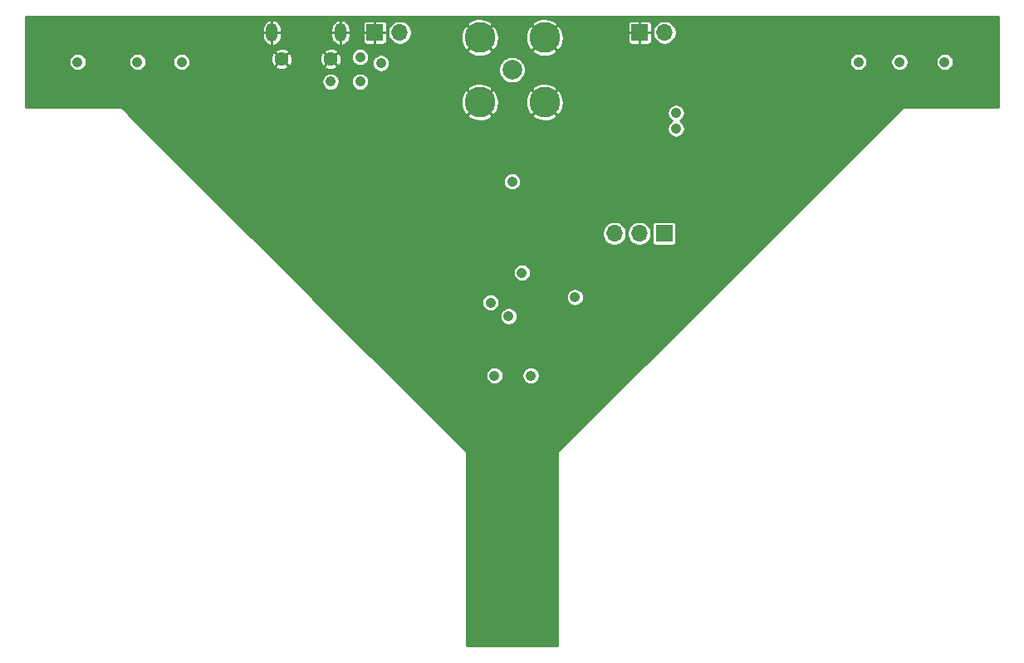
<source format=gbr>
G04 #@! TF.GenerationSoftware,KiCad,Pcbnew,(5.1.5-0-10_14)*
G04 #@! TF.CreationDate,2020-12-29T13:30:18-08:00*
G04 #@! TF.ProjectId,FakeEyes,46616b65-4579-4657-932e-6b696361645f,rev?*
G04 #@! TF.SameCoordinates,Original*
G04 #@! TF.FileFunction,Copper,L4,Bot*
G04 #@! TF.FilePolarity,Positive*
%FSLAX46Y46*%
G04 Gerber Fmt 4.6, Leading zero omitted, Abs format (unit mm)*
G04 Created by KiCad (PCBNEW (5.1.5-0-10_14)) date 2020-12-29 13:30:18*
%MOMM*%
%LPD*%
G04 APERTURE LIST*
%ADD10C,1.450000*%
%ADD11O,1.200000X1.900000*%
%ADD12O,1.700000X1.700000*%
%ADD13R,1.700000X1.700000*%
%ADD14C,3.126000*%
%ADD15C,2.000000*%
%ADD16C,1.050000*%
%ADD17C,0.254000*%
G04 APERTURE END LIST*
D10*
X91500000Y-64700000D03*
X86500000Y-64700000D03*
D11*
X92500000Y-62000000D03*
X85500000Y-62000000D03*
D12*
X98540000Y-62000000D03*
D13*
X96000000Y-62000000D03*
X123000000Y-62000000D03*
D12*
X125540000Y-62000000D03*
D13*
X125500000Y-82500000D03*
D12*
X122960000Y-82500000D03*
X120420000Y-82500000D03*
D14*
X113300000Y-69100000D03*
X106700000Y-69100000D03*
X106700000Y-62500000D03*
X113300000Y-62500000D03*
D15*
X110000000Y-65800000D03*
D16*
X128550000Y-86600000D03*
X95700000Y-76100000D03*
X96600000Y-70900000D03*
X93500000Y-73000000D03*
X63000000Y-67800000D03*
X63000000Y-62300000D03*
X157000000Y-62200000D03*
X157000000Y-67800000D03*
X110000000Y-115600000D03*
X107300000Y-122000000D03*
X112700000Y-122000000D03*
X87000000Y-66900000D03*
X85900000Y-69000000D03*
X85944975Y-70855025D03*
X104600000Y-88300000D03*
X104400000Y-85400000D03*
X120200000Y-91100000D03*
X122600000Y-88700000D03*
X124600000Y-86600000D03*
X126750000Y-84250000D03*
X122400000Y-86500000D03*
X120200000Y-88700000D03*
X124500000Y-84400000D03*
X117700000Y-89900000D03*
X116400000Y-91500000D03*
X114700000Y-89800000D03*
X114200000Y-91500000D03*
X110350000Y-92350000D03*
X104900000Y-90000000D03*
X105400000Y-90900000D03*
X111000000Y-71300000D03*
X111000000Y-74400000D03*
X109000000Y-71400000D03*
X109000000Y-74400000D03*
X107400000Y-80100000D03*
X111700000Y-80550000D03*
X130600000Y-78300000D03*
X133200000Y-78300000D03*
X133300000Y-75200000D03*
X136300000Y-75200000D03*
X136300000Y-72400000D03*
X140500000Y-72500000D03*
X139900000Y-69000000D03*
X143600000Y-68100000D03*
X141900000Y-66600000D03*
X150700000Y-64100000D03*
X152000000Y-66000000D03*
X153400000Y-63200000D03*
X154100000Y-66500000D03*
X150700000Y-66300000D03*
X147900000Y-66600000D03*
X148500000Y-69300000D03*
X145400000Y-69700000D03*
X145500000Y-72100000D03*
X143100000Y-72100000D03*
X143100000Y-74500000D03*
X140500000Y-74500000D03*
X140900000Y-76800000D03*
X138500000Y-76500000D03*
X138750000Y-79000000D03*
X136300000Y-78900000D03*
X136450000Y-81300000D03*
X134000000Y-81100000D03*
X134100000Y-83700000D03*
X131800000Y-83600000D03*
X132000000Y-85700000D03*
X130350000Y-84850000D03*
X127450000Y-87750000D03*
X129700000Y-88200000D03*
X125500000Y-89600000D03*
X126500000Y-91300000D03*
X123800000Y-91500000D03*
X124800000Y-93300000D03*
X121800000Y-93200000D03*
X122500000Y-95400000D03*
X119800000Y-95000000D03*
X120600000Y-97200000D03*
X118000000Y-95800000D03*
X117700000Y-98100000D03*
X115000000Y-95700000D03*
X115000000Y-98000000D03*
X106600000Y-96000000D03*
X104800000Y-98200000D03*
X104100000Y-95300000D03*
X101200000Y-95700000D03*
X101500000Y-93100000D03*
X98600000Y-93600000D03*
X99200000Y-90700000D03*
X95900000Y-91000000D03*
X96800000Y-88400000D03*
X94000000Y-88600000D03*
X94100000Y-86000000D03*
X91400000Y-86500000D03*
X92000000Y-83400000D03*
X89100000Y-84200000D03*
X89400000Y-80900000D03*
X86800000Y-81600000D03*
X86900000Y-78600000D03*
X84600000Y-79100000D03*
X84500000Y-76300000D03*
X81400000Y-76400000D03*
X81300000Y-73100000D03*
X79100000Y-73600000D03*
X79000000Y-70600000D03*
X76100000Y-71100000D03*
X76700000Y-68500000D03*
X74400000Y-68700000D03*
X74400000Y-66300000D03*
X72700000Y-67100000D03*
X70400000Y-66100000D03*
X68500000Y-64100000D03*
X67100000Y-66200000D03*
X66000000Y-63600000D03*
X75600000Y-63800000D03*
X78100000Y-65000000D03*
X77550000Y-67500000D03*
X80600000Y-68000000D03*
X81300000Y-71100000D03*
X83100000Y-70600000D03*
X84200000Y-74000000D03*
X87200000Y-74250000D03*
X86700000Y-76600000D03*
X89000000Y-76600000D03*
X89300000Y-79200000D03*
X91450000Y-78750000D03*
X91500000Y-82200000D03*
X95150000Y-82450000D03*
X94200000Y-84000000D03*
X97500000Y-85000000D03*
X96550000Y-86650000D03*
X100400000Y-85300000D03*
X100600000Y-87200000D03*
X102500000Y-85400000D03*
X103500000Y-87150000D03*
X124250000Y-64050000D03*
X124700000Y-66500000D03*
X126600000Y-65200000D03*
X126500000Y-68500000D03*
X124000000Y-73200000D03*
X123800000Y-75800000D03*
X121600000Y-75700000D03*
X122200000Y-78300000D03*
X119200000Y-79500000D03*
X121500000Y-80700000D03*
X105900000Y-105500000D03*
X105900000Y-108700000D03*
X105900000Y-111700000D03*
X105900000Y-115000000D03*
X105900000Y-117700000D03*
X105900000Y-120500000D03*
X114000000Y-105500000D03*
X114000000Y-108500000D03*
X113900000Y-111300000D03*
X113900000Y-114700000D03*
X113800000Y-117600000D03*
X113800000Y-120800000D03*
X105500000Y-81800000D03*
X112250000Y-88250000D03*
X71500000Y-61500000D03*
X150000000Y-61500000D03*
X112000000Y-76500000D03*
X114000000Y-76500000D03*
X116000000Y-76500000D03*
X118000000Y-76500000D03*
X125000000Y-78000000D03*
X127000000Y-79500000D03*
X128500000Y-77500000D03*
X126000000Y-75500000D03*
X119000000Y-74300000D03*
X116500000Y-74300000D03*
X114000000Y-74300000D03*
X106500000Y-76500000D03*
X104500000Y-78500000D03*
X98500000Y-80000000D03*
X97000000Y-78000000D03*
X100500000Y-82000000D03*
X102000000Y-83500000D03*
X103000000Y-77000000D03*
X100000000Y-74000000D03*
X98500000Y-72000000D03*
X90000000Y-73500000D03*
X86500000Y-72500000D03*
X102000000Y-75500000D03*
X108500000Y-83500000D03*
X115500000Y-85000000D03*
X114500000Y-82000000D03*
X92100000Y-70000000D03*
X91500000Y-67000000D03*
X94500000Y-67000000D03*
X96621041Y-65121041D03*
X94500000Y-64500000D03*
X110000000Y-77200000D03*
X126700000Y-70200000D03*
X71800000Y-65000000D03*
X108200000Y-97000000D03*
X65700000Y-65000000D03*
X149500000Y-65000000D03*
X111900000Y-97000000D03*
X154100000Y-65000000D03*
X116400000Y-89000000D03*
X107800000Y-89550000D03*
X126700000Y-71800000D03*
X145300000Y-65000000D03*
X109650000Y-90950000D03*
X76300000Y-65000000D03*
X111000000Y-86500000D03*
D17*
G36*
X159594001Y-69594000D02*
G01*
X150019932Y-69594000D01*
X149999999Y-69592037D01*
X149980066Y-69594000D01*
X149980059Y-69594000D01*
X149920410Y-69599875D01*
X149843879Y-69623090D01*
X149773347Y-69660790D01*
X149711526Y-69711526D01*
X149698811Y-69727019D01*
X124727026Y-94698805D01*
X124727015Y-94698814D01*
X114727020Y-104698811D01*
X114711527Y-104711526D01*
X114660791Y-104773347D01*
X114623092Y-104843878D01*
X114623091Y-104843879D01*
X114599875Y-104920411D01*
X114592037Y-105000000D01*
X114594001Y-105019943D01*
X114594000Y-124594000D01*
X105406000Y-124594000D01*
X105406000Y-105019941D01*
X105407964Y-105000000D01*
X105400125Y-104920410D01*
X105376910Y-104843878D01*
X105363778Y-104819310D01*
X105339210Y-104773347D01*
X105288474Y-104711526D01*
X105272988Y-104698817D01*
X97484937Y-96910767D01*
X107294000Y-96910767D01*
X107294000Y-97089233D01*
X107328817Y-97264271D01*
X107397113Y-97429152D01*
X107496264Y-97577541D01*
X107622459Y-97703736D01*
X107770848Y-97802887D01*
X107935729Y-97871183D01*
X108110767Y-97906000D01*
X108289233Y-97906000D01*
X108464271Y-97871183D01*
X108629152Y-97802887D01*
X108777541Y-97703736D01*
X108903736Y-97577541D01*
X109002887Y-97429152D01*
X109071183Y-97264271D01*
X109106000Y-97089233D01*
X109106000Y-96910767D01*
X110994000Y-96910767D01*
X110994000Y-97089233D01*
X111028817Y-97264271D01*
X111097113Y-97429152D01*
X111196264Y-97577541D01*
X111322459Y-97703736D01*
X111470848Y-97802887D01*
X111635729Y-97871183D01*
X111810767Y-97906000D01*
X111989233Y-97906000D01*
X112164271Y-97871183D01*
X112329152Y-97802887D01*
X112477541Y-97703736D01*
X112603736Y-97577541D01*
X112702887Y-97429152D01*
X112771183Y-97264271D01*
X112806000Y-97089233D01*
X112806000Y-96910767D01*
X112771183Y-96735729D01*
X112702887Y-96570848D01*
X112603736Y-96422459D01*
X112477541Y-96296264D01*
X112329152Y-96197113D01*
X112164271Y-96128817D01*
X111989233Y-96094000D01*
X111810767Y-96094000D01*
X111635729Y-96128817D01*
X111470848Y-96197113D01*
X111322459Y-96296264D01*
X111196264Y-96422459D01*
X111097113Y-96570848D01*
X111028817Y-96735729D01*
X110994000Y-96910767D01*
X109106000Y-96910767D01*
X109071183Y-96735729D01*
X109002887Y-96570848D01*
X108903736Y-96422459D01*
X108777541Y-96296264D01*
X108629152Y-96197113D01*
X108464271Y-96128817D01*
X108289233Y-96094000D01*
X108110767Y-96094000D01*
X107935729Y-96128817D01*
X107770848Y-96197113D01*
X107622459Y-96296264D01*
X107496264Y-96422459D01*
X107397113Y-96570848D01*
X107328817Y-96735729D01*
X107294000Y-96910767D01*
X97484937Y-96910767D01*
X95301190Y-94727021D01*
X95301185Y-94727015D01*
X91434937Y-90860767D01*
X108744000Y-90860767D01*
X108744000Y-91039233D01*
X108778817Y-91214271D01*
X108847113Y-91379152D01*
X108946264Y-91527541D01*
X109072459Y-91653736D01*
X109220848Y-91752887D01*
X109385729Y-91821183D01*
X109560767Y-91856000D01*
X109739233Y-91856000D01*
X109914271Y-91821183D01*
X110079152Y-91752887D01*
X110227541Y-91653736D01*
X110353736Y-91527541D01*
X110452887Y-91379152D01*
X110521183Y-91214271D01*
X110556000Y-91039233D01*
X110556000Y-90860767D01*
X110521183Y-90685729D01*
X110452887Y-90520848D01*
X110353736Y-90372459D01*
X110227541Y-90246264D01*
X110079152Y-90147113D01*
X109914271Y-90078817D01*
X109739233Y-90044000D01*
X109560767Y-90044000D01*
X109385729Y-90078817D01*
X109220848Y-90147113D01*
X109072459Y-90246264D01*
X108946264Y-90372459D01*
X108847113Y-90520848D01*
X108778817Y-90685729D01*
X108744000Y-90860767D01*
X91434937Y-90860767D01*
X90034937Y-89460767D01*
X106894000Y-89460767D01*
X106894000Y-89639233D01*
X106928817Y-89814271D01*
X106997113Y-89979152D01*
X107096264Y-90127541D01*
X107222459Y-90253736D01*
X107370848Y-90352887D01*
X107535729Y-90421183D01*
X107710767Y-90456000D01*
X107889233Y-90456000D01*
X108064271Y-90421183D01*
X108229152Y-90352887D01*
X108377541Y-90253736D01*
X108503736Y-90127541D01*
X108602887Y-89979152D01*
X108671183Y-89814271D01*
X108706000Y-89639233D01*
X108706000Y-89460767D01*
X108671183Y-89285729D01*
X108602887Y-89120848D01*
X108503736Y-88972459D01*
X108442044Y-88910767D01*
X115494000Y-88910767D01*
X115494000Y-89089233D01*
X115528817Y-89264271D01*
X115597113Y-89429152D01*
X115696264Y-89577541D01*
X115822459Y-89703736D01*
X115970848Y-89802887D01*
X116135729Y-89871183D01*
X116310767Y-89906000D01*
X116489233Y-89906000D01*
X116664271Y-89871183D01*
X116829152Y-89802887D01*
X116977541Y-89703736D01*
X117103736Y-89577541D01*
X117202887Y-89429152D01*
X117271183Y-89264271D01*
X117306000Y-89089233D01*
X117306000Y-88910767D01*
X117271183Y-88735729D01*
X117202887Y-88570848D01*
X117103736Y-88422459D01*
X116977541Y-88296264D01*
X116829152Y-88197113D01*
X116664271Y-88128817D01*
X116489233Y-88094000D01*
X116310767Y-88094000D01*
X116135729Y-88128817D01*
X115970848Y-88197113D01*
X115822459Y-88296264D01*
X115696264Y-88422459D01*
X115597113Y-88570848D01*
X115528817Y-88735729D01*
X115494000Y-88910767D01*
X108442044Y-88910767D01*
X108377541Y-88846264D01*
X108229152Y-88747113D01*
X108064271Y-88678817D01*
X107889233Y-88644000D01*
X107710767Y-88644000D01*
X107535729Y-88678817D01*
X107370848Y-88747113D01*
X107222459Y-88846264D01*
X107096264Y-88972459D01*
X106997113Y-89120848D01*
X106928817Y-89285729D01*
X106894000Y-89460767D01*
X90034937Y-89460767D01*
X86984937Y-86410767D01*
X110094000Y-86410767D01*
X110094000Y-86589233D01*
X110128817Y-86764271D01*
X110197113Y-86929152D01*
X110296264Y-87077541D01*
X110422459Y-87203736D01*
X110570848Y-87302887D01*
X110735729Y-87371183D01*
X110910767Y-87406000D01*
X111089233Y-87406000D01*
X111264271Y-87371183D01*
X111429152Y-87302887D01*
X111577541Y-87203736D01*
X111703736Y-87077541D01*
X111802887Y-86929152D01*
X111871183Y-86764271D01*
X111906000Y-86589233D01*
X111906000Y-86410767D01*
X111871183Y-86235729D01*
X111802887Y-86070848D01*
X111703736Y-85922459D01*
X111577541Y-85796264D01*
X111429152Y-85697113D01*
X111264271Y-85628817D01*
X111089233Y-85594000D01*
X110910767Y-85594000D01*
X110735729Y-85628817D01*
X110570848Y-85697113D01*
X110422459Y-85796264D01*
X110296264Y-85922459D01*
X110197113Y-86070848D01*
X110128817Y-86235729D01*
X110094000Y-86410767D01*
X86984937Y-86410767D01*
X82952927Y-82378757D01*
X119189000Y-82378757D01*
X119189000Y-82621243D01*
X119236307Y-82859069D01*
X119329102Y-83083097D01*
X119463820Y-83284717D01*
X119635283Y-83456180D01*
X119836903Y-83590898D01*
X120060931Y-83683693D01*
X120298757Y-83731000D01*
X120541243Y-83731000D01*
X120779069Y-83683693D01*
X121003097Y-83590898D01*
X121204717Y-83456180D01*
X121376180Y-83284717D01*
X121510898Y-83083097D01*
X121603693Y-82859069D01*
X121651000Y-82621243D01*
X121651000Y-82378757D01*
X121729000Y-82378757D01*
X121729000Y-82621243D01*
X121776307Y-82859069D01*
X121869102Y-83083097D01*
X122003820Y-83284717D01*
X122175283Y-83456180D01*
X122376903Y-83590898D01*
X122600931Y-83683693D01*
X122838757Y-83731000D01*
X123081243Y-83731000D01*
X123319069Y-83683693D01*
X123543097Y-83590898D01*
X123744717Y-83456180D01*
X123916180Y-83284717D01*
X124050898Y-83083097D01*
X124143693Y-82859069D01*
X124191000Y-82621243D01*
X124191000Y-82378757D01*
X124143693Y-82140931D01*
X124050898Y-81916903D01*
X123916180Y-81715283D01*
X123850897Y-81650000D01*
X124267157Y-81650000D01*
X124267157Y-83350000D01*
X124274513Y-83424689D01*
X124296299Y-83496508D01*
X124331678Y-83562696D01*
X124379289Y-83620711D01*
X124437304Y-83668322D01*
X124503492Y-83703701D01*
X124575311Y-83725487D01*
X124650000Y-83732843D01*
X126350000Y-83732843D01*
X126424689Y-83725487D01*
X126496508Y-83703701D01*
X126562696Y-83668322D01*
X126620711Y-83620711D01*
X126668322Y-83562696D01*
X126703701Y-83496508D01*
X126725487Y-83424689D01*
X126732843Y-83350000D01*
X126732843Y-81650000D01*
X126725487Y-81575311D01*
X126703701Y-81503492D01*
X126668322Y-81437304D01*
X126620711Y-81379289D01*
X126562696Y-81331678D01*
X126496508Y-81296299D01*
X126424689Y-81274513D01*
X126350000Y-81267157D01*
X124650000Y-81267157D01*
X124575311Y-81274513D01*
X124503492Y-81296299D01*
X124437304Y-81331678D01*
X124379289Y-81379289D01*
X124331678Y-81437304D01*
X124296299Y-81503492D01*
X124274513Y-81575311D01*
X124267157Y-81650000D01*
X123850897Y-81650000D01*
X123744717Y-81543820D01*
X123543097Y-81409102D01*
X123319069Y-81316307D01*
X123081243Y-81269000D01*
X122838757Y-81269000D01*
X122600931Y-81316307D01*
X122376903Y-81409102D01*
X122175283Y-81543820D01*
X122003820Y-81715283D01*
X121869102Y-81916903D01*
X121776307Y-82140931D01*
X121729000Y-82378757D01*
X121651000Y-82378757D01*
X121603693Y-82140931D01*
X121510898Y-81916903D01*
X121376180Y-81715283D01*
X121204717Y-81543820D01*
X121003097Y-81409102D01*
X120779069Y-81316307D01*
X120541243Y-81269000D01*
X120298757Y-81269000D01*
X120060931Y-81316307D01*
X119836903Y-81409102D01*
X119635283Y-81543820D01*
X119463820Y-81715283D01*
X119329102Y-81916903D01*
X119236307Y-82140931D01*
X119189000Y-82378757D01*
X82952927Y-82378757D01*
X77684937Y-77110767D01*
X109094000Y-77110767D01*
X109094000Y-77289233D01*
X109128817Y-77464271D01*
X109197113Y-77629152D01*
X109296264Y-77777541D01*
X109422459Y-77903736D01*
X109570848Y-78002887D01*
X109735729Y-78071183D01*
X109910767Y-78106000D01*
X110089233Y-78106000D01*
X110264271Y-78071183D01*
X110429152Y-78002887D01*
X110577541Y-77903736D01*
X110703736Y-77777541D01*
X110802887Y-77629152D01*
X110871183Y-77464271D01*
X110906000Y-77289233D01*
X110906000Y-77110767D01*
X110871183Y-76935729D01*
X110802887Y-76770848D01*
X110703736Y-76622459D01*
X110577541Y-76496264D01*
X110429152Y-76397113D01*
X110264271Y-76328817D01*
X110089233Y-76294000D01*
X109910767Y-76294000D01*
X109735729Y-76328817D01*
X109570848Y-76397113D01*
X109422459Y-76496264D01*
X109296264Y-76622459D01*
X109197113Y-76770848D01*
X109128817Y-76935729D01*
X109094000Y-77110767D01*
X77684937Y-77110767D01*
X70988438Y-70414268D01*
X105386439Y-70414268D01*
X105552221Y-70680633D01*
X105882642Y-70874181D01*
X106244473Y-70999550D01*
X106623809Y-71051919D01*
X107006074Y-71029277D01*
X107376576Y-70932495D01*
X107721078Y-70765290D01*
X107847779Y-70680633D01*
X108013561Y-70414268D01*
X111986439Y-70414268D01*
X112152221Y-70680633D01*
X112482642Y-70874181D01*
X112844473Y-70999550D01*
X113223809Y-71051919D01*
X113606074Y-71029277D01*
X113976576Y-70932495D01*
X114321078Y-70765290D01*
X114447779Y-70680633D01*
X114613561Y-70414268D01*
X113300000Y-69100707D01*
X111986439Y-70414268D01*
X108013561Y-70414268D01*
X106700000Y-69100707D01*
X105386439Y-70414268D01*
X70988438Y-70414268D01*
X70301193Y-69727024D01*
X70288474Y-69711526D01*
X70226653Y-69660790D01*
X70156121Y-69623090D01*
X70079590Y-69599875D01*
X70019941Y-69594000D01*
X70019933Y-69594000D01*
X70000000Y-69592037D01*
X69980067Y-69594000D01*
X60406000Y-69594000D01*
X60406000Y-69023809D01*
X104748081Y-69023809D01*
X104770723Y-69406074D01*
X104867505Y-69776576D01*
X105034710Y-70121078D01*
X105119367Y-70247779D01*
X105385732Y-70413561D01*
X106699293Y-69100000D01*
X106700707Y-69100000D01*
X108014268Y-70413561D01*
X108280633Y-70247779D01*
X108474181Y-69917358D01*
X108599550Y-69555527D01*
X108651919Y-69176191D01*
X108642894Y-69023809D01*
X111348081Y-69023809D01*
X111370723Y-69406074D01*
X111467505Y-69776576D01*
X111634710Y-70121078D01*
X111719367Y-70247779D01*
X111985732Y-70413561D01*
X113299293Y-69100000D01*
X113300707Y-69100000D01*
X114614268Y-70413561D01*
X114880633Y-70247779D01*
X114960889Y-70110767D01*
X125794000Y-70110767D01*
X125794000Y-70289233D01*
X125828817Y-70464271D01*
X125897113Y-70629152D01*
X125996264Y-70777541D01*
X126122459Y-70903736D01*
X126266527Y-71000000D01*
X126122459Y-71096264D01*
X125996264Y-71222459D01*
X125897113Y-71370848D01*
X125828817Y-71535729D01*
X125794000Y-71710767D01*
X125794000Y-71889233D01*
X125828817Y-72064271D01*
X125897113Y-72229152D01*
X125996264Y-72377541D01*
X126122459Y-72503736D01*
X126270848Y-72602887D01*
X126435729Y-72671183D01*
X126610767Y-72706000D01*
X126789233Y-72706000D01*
X126964271Y-72671183D01*
X127129152Y-72602887D01*
X127277541Y-72503736D01*
X127403736Y-72377541D01*
X127502887Y-72229152D01*
X127571183Y-72064271D01*
X127606000Y-71889233D01*
X127606000Y-71710767D01*
X127571183Y-71535729D01*
X127502887Y-71370848D01*
X127403736Y-71222459D01*
X127277541Y-71096264D01*
X127133473Y-71000000D01*
X127277541Y-70903736D01*
X127403736Y-70777541D01*
X127502887Y-70629152D01*
X127571183Y-70464271D01*
X127606000Y-70289233D01*
X127606000Y-70110767D01*
X127571183Y-69935729D01*
X127502887Y-69770848D01*
X127403736Y-69622459D01*
X127277541Y-69496264D01*
X127129152Y-69397113D01*
X126964271Y-69328817D01*
X126789233Y-69294000D01*
X126610767Y-69294000D01*
X126435729Y-69328817D01*
X126270848Y-69397113D01*
X126122459Y-69496264D01*
X125996264Y-69622459D01*
X125897113Y-69770848D01*
X125828817Y-69935729D01*
X125794000Y-70110767D01*
X114960889Y-70110767D01*
X115074181Y-69917358D01*
X115199550Y-69555527D01*
X115251919Y-69176191D01*
X115229277Y-68793926D01*
X115132495Y-68423424D01*
X114965290Y-68078922D01*
X114880633Y-67952221D01*
X114614268Y-67786439D01*
X113300707Y-69100000D01*
X113299293Y-69100000D01*
X111985732Y-67786439D01*
X111719367Y-67952221D01*
X111525819Y-68282642D01*
X111400450Y-68644473D01*
X111348081Y-69023809D01*
X108642894Y-69023809D01*
X108629277Y-68793926D01*
X108532495Y-68423424D01*
X108365290Y-68078922D01*
X108280633Y-67952221D01*
X108014268Y-67786439D01*
X106700707Y-69100000D01*
X106699293Y-69100000D01*
X105385732Y-67786439D01*
X105119367Y-67952221D01*
X104925819Y-68282642D01*
X104800450Y-68644473D01*
X104748081Y-69023809D01*
X60406000Y-69023809D01*
X60406000Y-66910767D01*
X90594000Y-66910767D01*
X90594000Y-67089233D01*
X90628817Y-67264271D01*
X90697113Y-67429152D01*
X90796264Y-67577541D01*
X90922459Y-67703736D01*
X91070848Y-67802887D01*
X91235729Y-67871183D01*
X91410767Y-67906000D01*
X91589233Y-67906000D01*
X91764271Y-67871183D01*
X91929152Y-67802887D01*
X92077541Y-67703736D01*
X92203736Y-67577541D01*
X92302887Y-67429152D01*
X92371183Y-67264271D01*
X92406000Y-67089233D01*
X92406000Y-66910767D01*
X93594000Y-66910767D01*
X93594000Y-67089233D01*
X93628817Y-67264271D01*
X93697113Y-67429152D01*
X93796264Y-67577541D01*
X93922459Y-67703736D01*
X94070848Y-67802887D01*
X94235729Y-67871183D01*
X94410767Y-67906000D01*
X94589233Y-67906000D01*
X94764271Y-67871183D01*
X94929152Y-67802887D01*
X94954826Y-67785732D01*
X105386439Y-67785732D01*
X106700000Y-69099293D01*
X108013561Y-67785732D01*
X111986439Y-67785732D01*
X113300000Y-69099293D01*
X114613561Y-67785732D01*
X114447779Y-67519367D01*
X114117358Y-67325819D01*
X113755527Y-67200450D01*
X113376191Y-67148081D01*
X112993926Y-67170723D01*
X112623424Y-67267505D01*
X112278922Y-67434710D01*
X112152221Y-67519367D01*
X111986439Y-67785732D01*
X108013561Y-67785732D01*
X107847779Y-67519367D01*
X107517358Y-67325819D01*
X107155527Y-67200450D01*
X106776191Y-67148081D01*
X106393926Y-67170723D01*
X106023424Y-67267505D01*
X105678922Y-67434710D01*
X105552221Y-67519367D01*
X105386439Y-67785732D01*
X94954826Y-67785732D01*
X95077541Y-67703736D01*
X95203736Y-67577541D01*
X95302887Y-67429152D01*
X95371183Y-67264271D01*
X95406000Y-67089233D01*
X95406000Y-66910767D01*
X95371183Y-66735729D01*
X95302887Y-66570848D01*
X95203736Y-66422459D01*
X95077541Y-66296264D01*
X94929152Y-66197113D01*
X94764271Y-66128817D01*
X94589233Y-66094000D01*
X94410767Y-66094000D01*
X94235729Y-66128817D01*
X94070848Y-66197113D01*
X93922459Y-66296264D01*
X93796264Y-66422459D01*
X93697113Y-66570848D01*
X93628817Y-66735729D01*
X93594000Y-66910767D01*
X92406000Y-66910767D01*
X92371183Y-66735729D01*
X92302887Y-66570848D01*
X92203736Y-66422459D01*
X92077541Y-66296264D01*
X91929152Y-66197113D01*
X91764271Y-66128817D01*
X91589233Y-66094000D01*
X91410767Y-66094000D01*
X91235729Y-66128817D01*
X91070848Y-66197113D01*
X90922459Y-66296264D01*
X90796264Y-66422459D01*
X90697113Y-66570848D01*
X90628817Y-66735729D01*
X90594000Y-66910767D01*
X60406000Y-66910767D01*
X60406000Y-64910767D01*
X64794000Y-64910767D01*
X64794000Y-65089233D01*
X64828817Y-65264271D01*
X64897113Y-65429152D01*
X64996264Y-65577541D01*
X65122459Y-65703736D01*
X65270848Y-65802887D01*
X65435729Y-65871183D01*
X65610767Y-65906000D01*
X65789233Y-65906000D01*
X65964271Y-65871183D01*
X66129152Y-65802887D01*
X66277541Y-65703736D01*
X66403736Y-65577541D01*
X66502887Y-65429152D01*
X66571183Y-65264271D01*
X66606000Y-65089233D01*
X66606000Y-64910767D01*
X70894000Y-64910767D01*
X70894000Y-65089233D01*
X70928817Y-65264271D01*
X70997113Y-65429152D01*
X71096264Y-65577541D01*
X71222459Y-65703736D01*
X71370848Y-65802887D01*
X71535729Y-65871183D01*
X71710767Y-65906000D01*
X71889233Y-65906000D01*
X72064271Y-65871183D01*
X72229152Y-65802887D01*
X72377541Y-65703736D01*
X72503736Y-65577541D01*
X72602887Y-65429152D01*
X72671183Y-65264271D01*
X72706000Y-65089233D01*
X72706000Y-64910767D01*
X75394000Y-64910767D01*
X75394000Y-65089233D01*
X75428817Y-65264271D01*
X75497113Y-65429152D01*
X75596264Y-65577541D01*
X75722459Y-65703736D01*
X75870848Y-65802887D01*
X76035729Y-65871183D01*
X76210767Y-65906000D01*
X76389233Y-65906000D01*
X76564271Y-65871183D01*
X76729152Y-65802887D01*
X76877541Y-65703736D01*
X77003736Y-65577541D01*
X77102887Y-65429152D01*
X77107156Y-65418845D01*
X85781862Y-65418845D01*
X85847169Y-65599395D01*
X86035176Y-65709475D01*
X86241045Y-65780761D01*
X86456867Y-65810515D01*
X86674346Y-65797592D01*
X86885126Y-65742489D01*
X87081105Y-65647324D01*
X87152831Y-65599395D01*
X87218138Y-65418845D01*
X90781862Y-65418845D01*
X90847169Y-65599395D01*
X91035176Y-65709475D01*
X91241045Y-65780761D01*
X91456867Y-65810515D01*
X91674346Y-65797592D01*
X91885126Y-65742489D01*
X92081105Y-65647324D01*
X92152831Y-65599395D01*
X92218138Y-65418845D01*
X91500000Y-64700707D01*
X90781862Y-65418845D01*
X87218138Y-65418845D01*
X86500000Y-64700707D01*
X85781862Y-65418845D01*
X77107156Y-65418845D01*
X77171183Y-65264271D01*
X77206000Y-65089233D01*
X77206000Y-64910767D01*
X77171183Y-64735729D01*
X77138518Y-64656867D01*
X85389485Y-64656867D01*
X85402408Y-64874346D01*
X85457511Y-65085126D01*
X85552676Y-65281105D01*
X85600605Y-65352831D01*
X85781155Y-65418138D01*
X86499293Y-64700000D01*
X86500707Y-64700000D01*
X87218845Y-65418138D01*
X87399395Y-65352831D01*
X87509475Y-65164824D01*
X87580761Y-64958955D01*
X87610515Y-64743133D01*
X87605389Y-64656867D01*
X90389485Y-64656867D01*
X90402408Y-64874346D01*
X90457511Y-65085126D01*
X90552676Y-65281105D01*
X90600605Y-65352831D01*
X90781155Y-65418138D01*
X91499293Y-64700000D01*
X91500707Y-64700000D01*
X92218845Y-65418138D01*
X92399395Y-65352831D01*
X92509475Y-65164824D01*
X92580761Y-64958955D01*
X92610515Y-64743133D01*
X92597592Y-64525654D01*
X92567558Y-64410767D01*
X93594000Y-64410767D01*
X93594000Y-64589233D01*
X93628817Y-64764271D01*
X93697113Y-64929152D01*
X93796264Y-65077541D01*
X93922459Y-65203736D01*
X94070848Y-65302887D01*
X94235729Y-65371183D01*
X94410767Y-65406000D01*
X94589233Y-65406000D01*
X94764271Y-65371183D01*
X94929152Y-65302887D01*
X95077541Y-65203736D01*
X95203736Y-65077541D01*
X95234294Y-65031808D01*
X95715041Y-65031808D01*
X95715041Y-65210274D01*
X95749858Y-65385312D01*
X95818154Y-65550193D01*
X95917305Y-65698582D01*
X96043500Y-65824777D01*
X96191889Y-65923928D01*
X96356770Y-65992224D01*
X96531808Y-66027041D01*
X96710274Y-66027041D01*
X96885312Y-65992224D01*
X97050193Y-65923928D01*
X97198582Y-65824777D01*
X97324777Y-65698582D01*
X97347895Y-65663983D01*
X108619000Y-65663983D01*
X108619000Y-65936017D01*
X108672071Y-66202823D01*
X108776174Y-66454149D01*
X108927307Y-66680336D01*
X109119664Y-66872693D01*
X109345851Y-67023826D01*
X109597177Y-67127929D01*
X109863983Y-67181000D01*
X110136017Y-67181000D01*
X110402823Y-67127929D01*
X110654149Y-67023826D01*
X110880336Y-66872693D01*
X111072693Y-66680336D01*
X111223826Y-66454149D01*
X111327929Y-66202823D01*
X111381000Y-65936017D01*
X111381000Y-65663983D01*
X111327929Y-65397177D01*
X111223826Y-65145851D01*
X111072693Y-64919664D01*
X111063796Y-64910767D01*
X144394000Y-64910767D01*
X144394000Y-65089233D01*
X144428817Y-65264271D01*
X144497113Y-65429152D01*
X144596264Y-65577541D01*
X144722459Y-65703736D01*
X144870848Y-65802887D01*
X145035729Y-65871183D01*
X145210767Y-65906000D01*
X145389233Y-65906000D01*
X145564271Y-65871183D01*
X145729152Y-65802887D01*
X145877541Y-65703736D01*
X146003736Y-65577541D01*
X146102887Y-65429152D01*
X146171183Y-65264271D01*
X146206000Y-65089233D01*
X146206000Y-64910767D01*
X148594000Y-64910767D01*
X148594000Y-65089233D01*
X148628817Y-65264271D01*
X148697113Y-65429152D01*
X148796264Y-65577541D01*
X148922459Y-65703736D01*
X149070848Y-65802887D01*
X149235729Y-65871183D01*
X149410767Y-65906000D01*
X149589233Y-65906000D01*
X149764271Y-65871183D01*
X149929152Y-65802887D01*
X150077541Y-65703736D01*
X150203736Y-65577541D01*
X150302887Y-65429152D01*
X150371183Y-65264271D01*
X150406000Y-65089233D01*
X150406000Y-64910767D01*
X153194000Y-64910767D01*
X153194000Y-65089233D01*
X153228817Y-65264271D01*
X153297113Y-65429152D01*
X153396264Y-65577541D01*
X153522459Y-65703736D01*
X153670848Y-65802887D01*
X153835729Y-65871183D01*
X154010767Y-65906000D01*
X154189233Y-65906000D01*
X154364271Y-65871183D01*
X154529152Y-65802887D01*
X154677541Y-65703736D01*
X154803736Y-65577541D01*
X154902887Y-65429152D01*
X154971183Y-65264271D01*
X155006000Y-65089233D01*
X155006000Y-64910767D01*
X154971183Y-64735729D01*
X154902887Y-64570848D01*
X154803736Y-64422459D01*
X154677541Y-64296264D01*
X154529152Y-64197113D01*
X154364271Y-64128817D01*
X154189233Y-64094000D01*
X154010767Y-64094000D01*
X153835729Y-64128817D01*
X153670848Y-64197113D01*
X153522459Y-64296264D01*
X153396264Y-64422459D01*
X153297113Y-64570848D01*
X153228817Y-64735729D01*
X153194000Y-64910767D01*
X150406000Y-64910767D01*
X150371183Y-64735729D01*
X150302887Y-64570848D01*
X150203736Y-64422459D01*
X150077541Y-64296264D01*
X149929152Y-64197113D01*
X149764271Y-64128817D01*
X149589233Y-64094000D01*
X149410767Y-64094000D01*
X149235729Y-64128817D01*
X149070848Y-64197113D01*
X148922459Y-64296264D01*
X148796264Y-64422459D01*
X148697113Y-64570848D01*
X148628817Y-64735729D01*
X148594000Y-64910767D01*
X146206000Y-64910767D01*
X146171183Y-64735729D01*
X146102887Y-64570848D01*
X146003736Y-64422459D01*
X145877541Y-64296264D01*
X145729152Y-64197113D01*
X145564271Y-64128817D01*
X145389233Y-64094000D01*
X145210767Y-64094000D01*
X145035729Y-64128817D01*
X144870848Y-64197113D01*
X144722459Y-64296264D01*
X144596264Y-64422459D01*
X144497113Y-64570848D01*
X144428817Y-64735729D01*
X144394000Y-64910767D01*
X111063796Y-64910767D01*
X110880336Y-64727307D01*
X110654149Y-64576174D01*
X110402823Y-64472071D01*
X110136017Y-64419000D01*
X109863983Y-64419000D01*
X109597177Y-64472071D01*
X109345851Y-64576174D01*
X109119664Y-64727307D01*
X108927307Y-64919664D01*
X108776174Y-65145851D01*
X108672071Y-65397177D01*
X108619000Y-65663983D01*
X97347895Y-65663983D01*
X97423928Y-65550193D01*
X97492224Y-65385312D01*
X97527041Y-65210274D01*
X97527041Y-65031808D01*
X97492224Y-64856770D01*
X97423928Y-64691889D01*
X97324777Y-64543500D01*
X97198582Y-64417305D01*
X97050193Y-64318154D01*
X96885312Y-64249858D01*
X96710274Y-64215041D01*
X96531808Y-64215041D01*
X96356770Y-64249858D01*
X96191889Y-64318154D01*
X96043500Y-64417305D01*
X95917305Y-64543500D01*
X95818154Y-64691889D01*
X95749858Y-64856770D01*
X95715041Y-65031808D01*
X95234294Y-65031808D01*
X95302887Y-64929152D01*
X95371183Y-64764271D01*
X95406000Y-64589233D01*
X95406000Y-64410767D01*
X95371183Y-64235729D01*
X95302887Y-64070848D01*
X95203736Y-63922459D01*
X95095545Y-63814268D01*
X105386439Y-63814268D01*
X105552221Y-64080633D01*
X105882642Y-64274181D01*
X106244473Y-64399550D01*
X106623809Y-64451919D01*
X107006074Y-64429277D01*
X107376576Y-64332495D01*
X107721078Y-64165290D01*
X107847779Y-64080633D01*
X108013561Y-63814268D01*
X111986439Y-63814268D01*
X112152221Y-64080633D01*
X112482642Y-64274181D01*
X112844473Y-64399550D01*
X113223809Y-64451919D01*
X113606074Y-64429277D01*
X113976576Y-64332495D01*
X114321078Y-64165290D01*
X114447779Y-64080633D01*
X114613561Y-63814268D01*
X113300000Y-62500707D01*
X111986439Y-63814268D01*
X108013561Y-63814268D01*
X106700000Y-62500707D01*
X105386439Y-63814268D01*
X95095545Y-63814268D01*
X95077541Y-63796264D01*
X94929152Y-63697113D01*
X94764271Y-63628817D01*
X94589233Y-63594000D01*
X94410767Y-63594000D01*
X94235729Y-63628817D01*
X94070848Y-63697113D01*
X93922459Y-63796264D01*
X93796264Y-63922459D01*
X93697113Y-64070848D01*
X93628817Y-64235729D01*
X93594000Y-64410767D01*
X92567558Y-64410767D01*
X92542489Y-64314874D01*
X92447324Y-64118895D01*
X92399395Y-64047169D01*
X92218845Y-63981862D01*
X91500707Y-64700000D01*
X91499293Y-64700000D01*
X90781155Y-63981862D01*
X90600605Y-64047169D01*
X90490525Y-64235176D01*
X90419239Y-64441045D01*
X90389485Y-64656867D01*
X87605389Y-64656867D01*
X87597592Y-64525654D01*
X87542489Y-64314874D01*
X87447324Y-64118895D01*
X87399395Y-64047169D01*
X87218845Y-63981862D01*
X86500707Y-64700000D01*
X86499293Y-64700000D01*
X85781155Y-63981862D01*
X85600605Y-64047169D01*
X85490525Y-64235176D01*
X85419239Y-64441045D01*
X85389485Y-64656867D01*
X77138518Y-64656867D01*
X77102887Y-64570848D01*
X77003736Y-64422459D01*
X76877541Y-64296264D01*
X76729152Y-64197113D01*
X76564271Y-64128817D01*
X76389233Y-64094000D01*
X76210767Y-64094000D01*
X76035729Y-64128817D01*
X75870848Y-64197113D01*
X75722459Y-64296264D01*
X75596264Y-64422459D01*
X75497113Y-64570848D01*
X75428817Y-64735729D01*
X75394000Y-64910767D01*
X72706000Y-64910767D01*
X72671183Y-64735729D01*
X72602887Y-64570848D01*
X72503736Y-64422459D01*
X72377541Y-64296264D01*
X72229152Y-64197113D01*
X72064271Y-64128817D01*
X71889233Y-64094000D01*
X71710767Y-64094000D01*
X71535729Y-64128817D01*
X71370848Y-64197113D01*
X71222459Y-64296264D01*
X71096264Y-64422459D01*
X70997113Y-64570848D01*
X70928817Y-64735729D01*
X70894000Y-64910767D01*
X66606000Y-64910767D01*
X66571183Y-64735729D01*
X66502887Y-64570848D01*
X66403736Y-64422459D01*
X66277541Y-64296264D01*
X66129152Y-64197113D01*
X65964271Y-64128817D01*
X65789233Y-64094000D01*
X65610767Y-64094000D01*
X65435729Y-64128817D01*
X65270848Y-64197113D01*
X65122459Y-64296264D01*
X64996264Y-64422459D01*
X64897113Y-64570848D01*
X64828817Y-64735729D01*
X64794000Y-64910767D01*
X60406000Y-64910767D01*
X60406000Y-63981155D01*
X85781862Y-63981155D01*
X86500000Y-64699293D01*
X87218138Y-63981155D01*
X90781862Y-63981155D01*
X91500000Y-64699293D01*
X92218138Y-63981155D01*
X92152831Y-63800605D01*
X91964824Y-63690525D01*
X91758955Y-63619239D01*
X91543133Y-63589485D01*
X91325654Y-63602408D01*
X91114874Y-63657511D01*
X90918895Y-63752676D01*
X90847169Y-63800605D01*
X90781862Y-63981155D01*
X87218138Y-63981155D01*
X87152831Y-63800605D01*
X86964824Y-63690525D01*
X86758955Y-63619239D01*
X86543133Y-63589485D01*
X86325654Y-63602408D01*
X86114874Y-63657511D01*
X85918895Y-63752676D01*
X85847169Y-63800605D01*
X85781862Y-63981155D01*
X60406000Y-63981155D01*
X60406000Y-62000500D01*
X84519000Y-62000500D01*
X84519000Y-62350500D01*
X84537947Y-62541874D01*
X84593865Y-62725874D01*
X84684606Y-62895430D01*
X84806682Y-63044025D01*
X84955401Y-63165949D01*
X85125049Y-63256517D01*
X85309106Y-63312248D01*
X85346044Y-63318844D01*
X85499500Y-63235750D01*
X85499500Y-62000500D01*
X85500500Y-62000500D01*
X85500500Y-63235750D01*
X85653956Y-63318844D01*
X85690894Y-63312248D01*
X85874951Y-63256517D01*
X86044599Y-63165949D01*
X86193318Y-63044025D01*
X86315394Y-62895430D01*
X86406135Y-62725874D01*
X86462053Y-62541874D01*
X86481000Y-62350500D01*
X86481000Y-62000500D01*
X91519000Y-62000500D01*
X91519000Y-62350500D01*
X91537947Y-62541874D01*
X91593865Y-62725874D01*
X91684606Y-62895430D01*
X91806682Y-63044025D01*
X91955401Y-63165949D01*
X92125049Y-63256517D01*
X92309106Y-63312248D01*
X92346044Y-63318844D01*
X92499500Y-63235750D01*
X92499500Y-62000500D01*
X92500500Y-62000500D01*
X92500500Y-63235750D01*
X92653956Y-63318844D01*
X92690894Y-63312248D01*
X92874951Y-63256517D01*
X93044599Y-63165949D01*
X93193318Y-63044025D01*
X93315394Y-62895430D01*
X93339706Y-62850000D01*
X94767157Y-62850000D01*
X94774513Y-62924689D01*
X94796299Y-62996508D01*
X94831678Y-63062696D01*
X94879289Y-63120711D01*
X94937304Y-63168322D01*
X95003492Y-63203701D01*
X95075311Y-63225487D01*
X95150000Y-63232843D01*
X95904250Y-63231000D01*
X95999500Y-63135750D01*
X95999500Y-62000500D01*
X96000500Y-62000500D01*
X96000500Y-63135750D01*
X96095750Y-63231000D01*
X96850000Y-63232843D01*
X96924689Y-63225487D01*
X96996508Y-63203701D01*
X97062696Y-63168322D01*
X97120711Y-63120711D01*
X97168322Y-63062696D01*
X97203701Y-62996508D01*
X97225487Y-62924689D01*
X97232843Y-62850000D01*
X97231000Y-62095750D01*
X97135750Y-62000500D01*
X96000500Y-62000500D01*
X95999500Y-62000500D01*
X94864250Y-62000500D01*
X94769000Y-62095750D01*
X94767157Y-62850000D01*
X93339706Y-62850000D01*
X93406135Y-62725874D01*
X93462053Y-62541874D01*
X93481000Y-62350500D01*
X93481000Y-62000500D01*
X92500500Y-62000500D01*
X92499500Y-62000500D01*
X91519000Y-62000500D01*
X86481000Y-62000500D01*
X85500500Y-62000500D01*
X85499500Y-62000500D01*
X84519000Y-62000500D01*
X60406000Y-62000500D01*
X60406000Y-61649500D01*
X84519000Y-61649500D01*
X84519000Y-61999500D01*
X85499500Y-61999500D01*
X85499500Y-60764250D01*
X85500500Y-60764250D01*
X85500500Y-61999500D01*
X86481000Y-61999500D01*
X86481000Y-61649500D01*
X91519000Y-61649500D01*
X91519000Y-61999500D01*
X92499500Y-61999500D01*
X92499500Y-60764250D01*
X92500500Y-60764250D01*
X92500500Y-61999500D01*
X93481000Y-61999500D01*
X93481000Y-61649500D01*
X93462053Y-61458126D01*
X93406135Y-61274126D01*
X93339707Y-61150000D01*
X94767157Y-61150000D01*
X94769000Y-61904250D01*
X94864250Y-61999500D01*
X95999500Y-61999500D01*
X95999500Y-60864250D01*
X96000500Y-60864250D01*
X96000500Y-61999500D01*
X97135750Y-61999500D01*
X97231000Y-61904250D01*
X97231062Y-61878757D01*
X97309000Y-61878757D01*
X97309000Y-62121243D01*
X97356307Y-62359069D01*
X97449102Y-62583097D01*
X97583820Y-62784717D01*
X97755283Y-62956180D01*
X97956903Y-63090898D01*
X98180931Y-63183693D01*
X98418757Y-63231000D01*
X98661243Y-63231000D01*
X98899069Y-63183693D01*
X99123097Y-63090898D01*
X99324717Y-62956180D01*
X99496180Y-62784717D01*
X99630898Y-62583097D01*
X99696876Y-62423809D01*
X104748081Y-62423809D01*
X104770723Y-62806074D01*
X104867505Y-63176576D01*
X105034710Y-63521078D01*
X105119367Y-63647779D01*
X105385732Y-63813561D01*
X106699293Y-62500000D01*
X106700707Y-62500000D01*
X108014268Y-63813561D01*
X108280633Y-63647779D01*
X108474181Y-63317358D01*
X108599550Y-62955527D01*
X108651919Y-62576191D01*
X108642894Y-62423809D01*
X111348081Y-62423809D01*
X111370723Y-62806074D01*
X111467505Y-63176576D01*
X111634710Y-63521078D01*
X111719367Y-63647779D01*
X111985732Y-63813561D01*
X113299293Y-62500000D01*
X113300707Y-62500000D01*
X114614268Y-63813561D01*
X114880633Y-63647779D01*
X115074181Y-63317358D01*
X115199550Y-62955527D01*
X115214118Y-62850000D01*
X121767157Y-62850000D01*
X121774513Y-62924689D01*
X121796299Y-62996508D01*
X121831678Y-63062696D01*
X121879289Y-63120711D01*
X121937304Y-63168322D01*
X122003492Y-63203701D01*
X122075311Y-63225487D01*
X122150000Y-63232843D01*
X122904250Y-63231000D01*
X122999500Y-63135750D01*
X122999500Y-62000500D01*
X123000500Y-62000500D01*
X123000500Y-63135750D01*
X123095750Y-63231000D01*
X123850000Y-63232843D01*
X123924689Y-63225487D01*
X123996508Y-63203701D01*
X124062696Y-63168322D01*
X124120711Y-63120711D01*
X124168322Y-63062696D01*
X124203701Y-62996508D01*
X124225487Y-62924689D01*
X124232843Y-62850000D01*
X124231000Y-62095750D01*
X124135750Y-62000500D01*
X123000500Y-62000500D01*
X122999500Y-62000500D01*
X121864250Y-62000500D01*
X121769000Y-62095750D01*
X121767157Y-62850000D01*
X115214118Y-62850000D01*
X115251919Y-62576191D01*
X115229277Y-62193926D01*
X115132495Y-61823424D01*
X114965290Y-61478922D01*
X114880633Y-61352221D01*
X114614268Y-61186439D01*
X113300707Y-62500000D01*
X113299293Y-62500000D01*
X111985732Y-61186439D01*
X111719367Y-61352221D01*
X111525819Y-61682642D01*
X111400450Y-62044473D01*
X111348081Y-62423809D01*
X108642894Y-62423809D01*
X108629277Y-62193926D01*
X108532495Y-61823424D01*
X108365290Y-61478922D01*
X108280633Y-61352221D01*
X108014268Y-61186439D01*
X106700707Y-62500000D01*
X106699293Y-62500000D01*
X105385732Y-61186439D01*
X105119367Y-61352221D01*
X104925819Y-61682642D01*
X104800450Y-62044473D01*
X104748081Y-62423809D01*
X99696876Y-62423809D01*
X99723693Y-62359069D01*
X99771000Y-62121243D01*
X99771000Y-61878757D01*
X99723693Y-61640931D01*
X99630898Y-61416903D01*
X99496180Y-61215283D01*
X99466629Y-61185732D01*
X105386439Y-61185732D01*
X106700000Y-62499293D01*
X108013561Y-61185732D01*
X111986439Y-61185732D01*
X113300000Y-62499293D01*
X114613561Y-61185732D01*
X114591322Y-61150000D01*
X121767157Y-61150000D01*
X121769000Y-61904250D01*
X121864250Y-61999500D01*
X122999500Y-61999500D01*
X122999500Y-60864250D01*
X123000500Y-60864250D01*
X123000500Y-61999500D01*
X124135750Y-61999500D01*
X124231000Y-61904250D01*
X124231062Y-61878757D01*
X124309000Y-61878757D01*
X124309000Y-62121243D01*
X124356307Y-62359069D01*
X124449102Y-62583097D01*
X124583820Y-62784717D01*
X124755283Y-62956180D01*
X124956903Y-63090898D01*
X125180931Y-63183693D01*
X125418757Y-63231000D01*
X125661243Y-63231000D01*
X125899069Y-63183693D01*
X126123097Y-63090898D01*
X126324717Y-62956180D01*
X126496180Y-62784717D01*
X126630898Y-62583097D01*
X126723693Y-62359069D01*
X126771000Y-62121243D01*
X126771000Y-61878757D01*
X126723693Y-61640931D01*
X126630898Y-61416903D01*
X126496180Y-61215283D01*
X126324717Y-61043820D01*
X126123097Y-60909102D01*
X125899069Y-60816307D01*
X125661243Y-60769000D01*
X125418757Y-60769000D01*
X125180931Y-60816307D01*
X124956903Y-60909102D01*
X124755283Y-61043820D01*
X124583820Y-61215283D01*
X124449102Y-61416903D01*
X124356307Y-61640931D01*
X124309000Y-61878757D01*
X124231062Y-61878757D01*
X124232843Y-61150000D01*
X124225487Y-61075311D01*
X124203701Y-61003492D01*
X124168322Y-60937304D01*
X124120711Y-60879289D01*
X124062696Y-60831678D01*
X123996508Y-60796299D01*
X123924689Y-60774513D01*
X123850000Y-60767157D01*
X123095750Y-60769000D01*
X123000500Y-60864250D01*
X122999500Y-60864250D01*
X122904250Y-60769000D01*
X122150000Y-60767157D01*
X122075311Y-60774513D01*
X122003492Y-60796299D01*
X121937304Y-60831678D01*
X121879289Y-60879289D01*
X121831678Y-60937304D01*
X121796299Y-61003492D01*
X121774513Y-61075311D01*
X121767157Y-61150000D01*
X114591322Y-61150000D01*
X114447779Y-60919367D01*
X114117358Y-60725819D01*
X113755527Y-60600450D01*
X113376191Y-60548081D01*
X112993926Y-60570723D01*
X112623424Y-60667505D01*
X112278922Y-60834710D01*
X112152221Y-60919367D01*
X111986439Y-61185732D01*
X108013561Y-61185732D01*
X107847779Y-60919367D01*
X107517358Y-60725819D01*
X107155527Y-60600450D01*
X106776191Y-60548081D01*
X106393926Y-60570723D01*
X106023424Y-60667505D01*
X105678922Y-60834710D01*
X105552221Y-60919367D01*
X105386439Y-61185732D01*
X99466629Y-61185732D01*
X99324717Y-61043820D01*
X99123097Y-60909102D01*
X98899069Y-60816307D01*
X98661243Y-60769000D01*
X98418757Y-60769000D01*
X98180931Y-60816307D01*
X97956903Y-60909102D01*
X97755283Y-61043820D01*
X97583820Y-61215283D01*
X97449102Y-61416903D01*
X97356307Y-61640931D01*
X97309000Y-61878757D01*
X97231062Y-61878757D01*
X97232843Y-61150000D01*
X97225487Y-61075311D01*
X97203701Y-61003492D01*
X97168322Y-60937304D01*
X97120711Y-60879289D01*
X97062696Y-60831678D01*
X96996508Y-60796299D01*
X96924689Y-60774513D01*
X96850000Y-60767157D01*
X96095750Y-60769000D01*
X96000500Y-60864250D01*
X95999500Y-60864250D01*
X95904250Y-60769000D01*
X95150000Y-60767157D01*
X95075311Y-60774513D01*
X95003492Y-60796299D01*
X94937304Y-60831678D01*
X94879289Y-60879289D01*
X94831678Y-60937304D01*
X94796299Y-61003492D01*
X94774513Y-61075311D01*
X94767157Y-61150000D01*
X93339707Y-61150000D01*
X93315394Y-61104570D01*
X93193318Y-60955975D01*
X93044599Y-60834051D01*
X92874951Y-60743483D01*
X92690894Y-60687752D01*
X92653956Y-60681156D01*
X92500500Y-60764250D01*
X92499500Y-60764250D01*
X92346044Y-60681156D01*
X92309106Y-60687752D01*
X92125049Y-60743483D01*
X91955401Y-60834051D01*
X91806682Y-60955975D01*
X91684606Y-61104570D01*
X91593865Y-61274126D01*
X91537947Y-61458126D01*
X91519000Y-61649500D01*
X86481000Y-61649500D01*
X86462053Y-61458126D01*
X86406135Y-61274126D01*
X86315394Y-61104570D01*
X86193318Y-60955975D01*
X86044599Y-60834051D01*
X85874951Y-60743483D01*
X85690894Y-60687752D01*
X85653956Y-60681156D01*
X85500500Y-60764250D01*
X85499500Y-60764250D01*
X85346044Y-60681156D01*
X85309106Y-60687752D01*
X85125049Y-60743483D01*
X84955401Y-60834051D01*
X84806682Y-60955975D01*
X84684606Y-61104570D01*
X84593865Y-61274126D01*
X84537947Y-61458126D01*
X84519000Y-61649500D01*
X60406000Y-61649500D01*
X60406000Y-60406000D01*
X159594000Y-60406000D01*
X159594001Y-69594000D01*
G37*
X159594001Y-69594000D02*
X150019932Y-69594000D01*
X149999999Y-69592037D01*
X149980066Y-69594000D01*
X149980059Y-69594000D01*
X149920410Y-69599875D01*
X149843879Y-69623090D01*
X149773347Y-69660790D01*
X149711526Y-69711526D01*
X149698811Y-69727019D01*
X124727026Y-94698805D01*
X124727015Y-94698814D01*
X114727020Y-104698811D01*
X114711527Y-104711526D01*
X114660791Y-104773347D01*
X114623092Y-104843878D01*
X114623091Y-104843879D01*
X114599875Y-104920411D01*
X114592037Y-105000000D01*
X114594001Y-105019943D01*
X114594000Y-124594000D01*
X105406000Y-124594000D01*
X105406000Y-105019941D01*
X105407964Y-105000000D01*
X105400125Y-104920410D01*
X105376910Y-104843878D01*
X105363778Y-104819310D01*
X105339210Y-104773347D01*
X105288474Y-104711526D01*
X105272988Y-104698817D01*
X97484937Y-96910767D01*
X107294000Y-96910767D01*
X107294000Y-97089233D01*
X107328817Y-97264271D01*
X107397113Y-97429152D01*
X107496264Y-97577541D01*
X107622459Y-97703736D01*
X107770848Y-97802887D01*
X107935729Y-97871183D01*
X108110767Y-97906000D01*
X108289233Y-97906000D01*
X108464271Y-97871183D01*
X108629152Y-97802887D01*
X108777541Y-97703736D01*
X108903736Y-97577541D01*
X109002887Y-97429152D01*
X109071183Y-97264271D01*
X109106000Y-97089233D01*
X109106000Y-96910767D01*
X110994000Y-96910767D01*
X110994000Y-97089233D01*
X111028817Y-97264271D01*
X111097113Y-97429152D01*
X111196264Y-97577541D01*
X111322459Y-97703736D01*
X111470848Y-97802887D01*
X111635729Y-97871183D01*
X111810767Y-97906000D01*
X111989233Y-97906000D01*
X112164271Y-97871183D01*
X112329152Y-97802887D01*
X112477541Y-97703736D01*
X112603736Y-97577541D01*
X112702887Y-97429152D01*
X112771183Y-97264271D01*
X112806000Y-97089233D01*
X112806000Y-96910767D01*
X112771183Y-96735729D01*
X112702887Y-96570848D01*
X112603736Y-96422459D01*
X112477541Y-96296264D01*
X112329152Y-96197113D01*
X112164271Y-96128817D01*
X111989233Y-96094000D01*
X111810767Y-96094000D01*
X111635729Y-96128817D01*
X111470848Y-96197113D01*
X111322459Y-96296264D01*
X111196264Y-96422459D01*
X111097113Y-96570848D01*
X111028817Y-96735729D01*
X110994000Y-96910767D01*
X109106000Y-96910767D01*
X109071183Y-96735729D01*
X109002887Y-96570848D01*
X108903736Y-96422459D01*
X108777541Y-96296264D01*
X108629152Y-96197113D01*
X108464271Y-96128817D01*
X108289233Y-96094000D01*
X108110767Y-96094000D01*
X107935729Y-96128817D01*
X107770848Y-96197113D01*
X107622459Y-96296264D01*
X107496264Y-96422459D01*
X107397113Y-96570848D01*
X107328817Y-96735729D01*
X107294000Y-96910767D01*
X97484937Y-96910767D01*
X95301190Y-94727021D01*
X95301185Y-94727015D01*
X91434937Y-90860767D01*
X108744000Y-90860767D01*
X108744000Y-91039233D01*
X108778817Y-91214271D01*
X108847113Y-91379152D01*
X108946264Y-91527541D01*
X109072459Y-91653736D01*
X109220848Y-91752887D01*
X109385729Y-91821183D01*
X109560767Y-91856000D01*
X109739233Y-91856000D01*
X109914271Y-91821183D01*
X110079152Y-91752887D01*
X110227541Y-91653736D01*
X110353736Y-91527541D01*
X110452887Y-91379152D01*
X110521183Y-91214271D01*
X110556000Y-91039233D01*
X110556000Y-90860767D01*
X110521183Y-90685729D01*
X110452887Y-90520848D01*
X110353736Y-90372459D01*
X110227541Y-90246264D01*
X110079152Y-90147113D01*
X109914271Y-90078817D01*
X109739233Y-90044000D01*
X109560767Y-90044000D01*
X109385729Y-90078817D01*
X109220848Y-90147113D01*
X109072459Y-90246264D01*
X108946264Y-90372459D01*
X108847113Y-90520848D01*
X108778817Y-90685729D01*
X108744000Y-90860767D01*
X91434937Y-90860767D01*
X90034937Y-89460767D01*
X106894000Y-89460767D01*
X106894000Y-89639233D01*
X106928817Y-89814271D01*
X106997113Y-89979152D01*
X107096264Y-90127541D01*
X107222459Y-90253736D01*
X107370848Y-90352887D01*
X107535729Y-90421183D01*
X107710767Y-90456000D01*
X107889233Y-90456000D01*
X108064271Y-90421183D01*
X108229152Y-90352887D01*
X108377541Y-90253736D01*
X108503736Y-90127541D01*
X108602887Y-89979152D01*
X108671183Y-89814271D01*
X108706000Y-89639233D01*
X108706000Y-89460767D01*
X108671183Y-89285729D01*
X108602887Y-89120848D01*
X108503736Y-88972459D01*
X108442044Y-88910767D01*
X115494000Y-88910767D01*
X115494000Y-89089233D01*
X115528817Y-89264271D01*
X115597113Y-89429152D01*
X115696264Y-89577541D01*
X115822459Y-89703736D01*
X115970848Y-89802887D01*
X116135729Y-89871183D01*
X116310767Y-89906000D01*
X116489233Y-89906000D01*
X116664271Y-89871183D01*
X116829152Y-89802887D01*
X116977541Y-89703736D01*
X117103736Y-89577541D01*
X117202887Y-89429152D01*
X117271183Y-89264271D01*
X117306000Y-89089233D01*
X117306000Y-88910767D01*
X117271183Y-88735729D01*
X117202887Y-88570848D01*
X117103736Y-88422459D01*
X116977541Y-88296264D01*
X116829152Y-88197113D01*
X116664271Y-88128817D01*
X116489233Y-88094000D01*
X116310767Y-88094000D01*
X116135729Y-88128817D01*
X115970848Y-88197113D01*
X115822459Y-88296264D01*
X115696264Y-88422459D01*
X115597113Y-88570848D01*
X115528817Y-88735729D01*
X115494000Y-88910767D01*
X108442044Y-88910767D01*
X108377541Y-88846264D01*
X108229152Y-88747113D01*
X108064271Y-88678817D01*
X107889233Y-88644000D01*
X107710767Y-88644000D01*
X107535729Y-88678817D01*
X107370848Y-88747113D01*
X107222459Y-88846264D01*
X107096264Y-88972459D01*
X106997113Y-89120848D01*
X106928817Y-89285729D01*
X106894000Y-89460767D01*
X90034937Y-89460767D01*
X86984937Y-86410767D01*
X110094000Y-86410767D01*
X110094000Y-86589233D01*
X110128817Y-86764271D01*
X110197113Y-86929152D01*
X110296264Y-87077541D01*
X110422459Y-87203736D01*
X110570848Y-87302887D01*
X110735729Y-87371183D01*
X110910767Y-87406000D01*
X111089233Y-87406000D01*
X111264271Y-87371183D01*
X111429152Y-87302887D01*
X111577541Y-87203736D01*
X111703736Y-87077541D01*
X111802887Y-86929152D01*
X111871183Y-86764271D01*
X111906000Y-86589233D01*
X111906000Y-86410767D01*
X111871183Y-86235729D01*
X111802887Y-86070848D01*
X111703736Y-85922459D01*
X111577541Y-85796264D01*
X111429152Y-85697113D01*
X111264271Y-85628817D01*
X111089233Y-85594000D01*
X110910767Y-85594000D01*
X110735729Y-85628817D01*
X110570848Y-85697113D01*
X110422459Y-85796264D01*
X110296264Y-85922459D01*
X110197113Y-86070848D01*
X110128817Y-86235729D01*
X110094000Y-86410767D01*
X86984937Y-86410767D01*
X82952927Y-82378757D01*
X119189000Y-82378757D01*
X119189000Y-82621243D01*
X119236307Y-82859069D01*
X119329102Y-83083097D01*
X119463820Y-83284717D01*
X119635283Y-83456180D01*
X119836903Y-83590898D01*
X120060931Y-83683693D01*
X120298757Y-83731000D01*
X120541243Y-83731000D01*
X120779069Y-83683693D01*
X121003097Y-83590898D01*
X121204717Y-83456180D01*
X121376180Y-83284717D01*
X121510898Y-83083097D01*
X121603693Y-82859069D01*
X121651000Y-82621243D01*
X121651000Y-82378757D01*
X121729000Y-82378757D01*
X121729000Y-82621243D01*
X121776307Y-82859069D01*
X121869102Y-83083097D01*
X122003820Y-83284717D01*
X122175283Y-83456180D01*
X122376903Y-83590898D01*
X122600931Y-83683693D01*
X122838757Y-83731000D01*
X123081243Y-83731000D01*
X123319069Y-83683693D01*
X123543097Y-83590898D01*
X123744717Y-83456180D01*
X123916180Y-83284717D01*
X124050898Y-83083097D01*
X124143693Y-82859069D01*
X124191000Y-82621243D01*
X124191000Y-82378757D01*
X124143693Y-82140931D01*
X124050898Y-81916903D01*
X123916180Y-81715283D01*
X123850897Y-81650000D01*
X124267157Y-81650000D01*
X124267157Y-83350000D01*
X124274513Y-83424689D01*
X124296299Y-83496508D01*
X124331678Y-83562696D01*
X124379289Y-83620711D01*
X124437304Y-83668322D01*
X124503492Y-83703701D01*
X124575311Y-83725487D01*
X124650000Y-83732843D01*
X126350000Y-83732843D01*
X126424689Y-83725487D01*
X126496508Y-83703701D01*
X126562696Y-83668322D01*
X126620711Y-83620711D01*
X126668322Y-83562696D01*
X126703701Y-83496508D01*
X126725487Y-83424689D01*
X126732843Y-83350000D01*
X126732843Y-81650000D01*
X126725487Y-81575311D01*
X126703701Y-81503492D01*
X126668322Y-81437304D01*
X126620711Y-81379289D01*
X126562696Y-81331678D01*
X126496508Y-81296299D01*
X126424689Y-81274513D01*
X126350000Y-81267157D01*
X124650000Y-81267157D01*
X124575311Y-81274513D01*
X124503492Y-81296299D01*
X124437304Y-81331678D01*
X124379289Y-81379289D01*
X124331678Y-81437304D01*
X124296299Y-81503492D01*
X124274513Y-81575311D01*
X124267157Y-81650000D01*
X123850897Y-81650000D01*
X123744717Y-81543820D01*
X123543097Y-81409102D01*
X123319069Y-81316307D01*
X123081243Y-81269000D01*
X122838757Y-81269000D01*
X122600931Y-81316307D01*
X122376903Y-81409102D01*
X122175283Y-81543820D01*
X122003820Y-81715283D01*
X121869102Y-81916903D01*
X121776307Y-82140931D01*
X121729000Y-82378757D01*
X121651000Y-82378757D01*
X121603693Y-82140931D01*
X121510898Y-81916903D01*
X121376180Y-81715283D01*
X121204717Y-81543820D01*
X121003097Y-81409102D01*
X120779069Y-81316307D01*
X120541243Y-81269000D01*
X120298757Y-81269000D01*
X120060931Y-81316307D01*
X119836903Y-81409102D01*
X119635283Y-81543820D01*
X119463820Y-81715283D01*
X119329102Y-81916903D01*
X119236307Y-82140931D01*
X119189000Y-82378757D01*
X82952927Y-82378757D01*
X77684937Y-77110767D01*
X109094000Y-77110767D01*
X109094000Y-77289233D01*
X109128817Y-77464271D01*
X109197113Y-77629152D01*
X109296264Y-77777541D01*
X109422459Y-77903736D01*
X109570848Y-78002887D01*
X109735729Y-78071183D01*
X109910767Y-78106000D01*
X110089233Y-78106000D01*
X110264271Y-78071183D01*
X110429152Y-78002887D01*
X110577541Y-77903736D01*
X110703736Y-77777541D01*
X110802887Y-77629152D01*
X110871183Y-77464271D01*
X110906000Y-77289233D01*
X110906000Y-77110767D01*
X110871183Y-76935729D01*
X110802887Y-76770848D01*
X110703736Y-76622459D01*
X110577541Y-76496264D01*
X110429152Y-76397113D01*
X110264271Y-76328817D01*
X110089233Y-76294000D01*
X109910767Y-76294000D01*
X109735729Y-76328817D01*
X109570848Y-76397113D01*
X109422459Y-76496264D01*
X109296264Y-76622459D01*
X109197113Y-76770848D01*
X109128817Y-76935729D01*
X109094000Y-77110767D01*
X77684937Y-77110767D01*
X70988438Y-70414268D01*
X105386439Y-70414268D01*
X105552221Y-70680633D01*
X105882642Y-70874181D01*
X106244473Y-70999550D01*
X106623809Y-71051919D01*
X107006074Y-71029277D01*
X107376576Y-70932495D01*
X107721078Y-70765290D01*
X107847779Y-70680633D01*
X108013561Y-70414268D01*
X111986439Y-70414268D01*
X112152221Y-70680633D01*
X112482642Y-70874181D01*
X112844473Y-70999550D01*
X113223809Y-71051919D01*
X113606074Y-71029277D01*
X113976576Y-70932495D01*
X114321078Y-70765290D01*
X114447779Y-70680633D01*
X114613561Y-70414268D01*
X113300000Y-69100707D01*
X111986439Y-70414268D01*
X108013561Y-70414268D01*
X106700000Y-69100707D01*
X105386439Y-70414268D01*
X70988438Y-70414268D01*
X70301193Y-69727024D01*
X70288474Y-69711526D01*
X70226653Y-69660790D01*
X70156121Y-69623090D01*
X70079590Y-69599875D01*
X70019941Y-69594000D01*
X70019933Y-69594000D01*
X70000000Y-69592037D01*
X69980067Y-69594000D01*
X60406000Y-69594000D01*
X60406000Y-69023809D01*
X104748081Y-69023809D01*
X104770723Y-69406074D01*
X104867505Y-69776576D01*
X105034710Y-70121078D01*
X105119367Y-70247779D01*
X105385732Y-70413561D01*
X106699293Y-69100000D01*
X106700707Y-69100000D01*
X108014268Y-70413561D01*
X108280633Y-70247779D01*
X108474181Y-69917358D01*
X108599550Y-69555527D01*
X108651919Y-69176191D01*
X108642894Y-69023809D01*
X111348081Y-69023809D01*
X111370723Y-69406074D01*
X111467505Y-69776576D01*
X111634710Y-70121078D01*
X111719367Y-70247779D01*
X111985732Y-70413561D01*
X113299293Y-69100000D01*
X113300707Y-69100000D01*
X114614268Y-70413561D01*
X114880633Y-70247779D01*
X114960889Y-70110767D01*
X125794000Y-70110767D01*
X125794000Y-70289233D01*
X125828817Y-70464271D01*
X125897113Y-70629152D01*
X125996264Y-70777541D01*
X126122459Y-70903736D01*
X126266527Y-71000000D01*
X126122459Y-71096264D01*
X125996264Y-71222459D01*
X125897113Y-71370848D01*
X125828817Y-71535729D01*
X125794000Y-71710767D01*
X125794000Y-71889233D01*
X125828817Y-72064271D01*
X125897113Y-72229152D01*
X125996264Y-72377541D01*
X126122459Y-72503736D01*
X126270848Y-72602887D01*
X126435729Y-72671183D01*
X126610767Y-72706000D01*
X126789233Y-72706000D01*
X126964271Y-72671183D01*
X127129152Y-72602887D01*
X127277541Y-72503736D01*
X127403736Y-72377541D01*
X127502887Y-72229152D01*
X127571183Y-72064271D01*
X127606000Y-71889233D01*
X127606000Y-71710767D01*
X127571183Y-71535729D01*
X127502887Y-71370848D01*
X127403736Y-71222459D01*
X127277541Y-71096264D01*
X127133473Y-71000000D01*
X127277541Y-70903736D01*
X127403736Y-70777541D01*
X127502887Y-70629152D01*
X127571183Y-70464271D01*
X127606000Y-70289233D01*
X127606000Y-70110767D01*
X127571183Y-69935729D01*
X127502887Y-69770848D01*
X127403736Y-69622459D01*
X127277541Y-69496264D01*
X127129152Y-69397113D01*
X126964271Y-69328817D01*
X126789233Y-69294000D01*
X126610767Y-69294000D01*
X126435729Y-69328817D01*
X126270848Y-69397113D01*
X126122459Y-69496264D01*
X125996264Y-69622459D01*
X125897113Y-69770848D01*
X125828817Y-69935729D01*
X125794000Y-70110767D01*
X114960889Y-70110767D01*
X115074181Y-69917358D01*
X115199550Y-69555527D01*
X115251919Y-69176191D01*
X115229277Y-68793926D01*
X115132495Y-68423424D01*
X114965290Y-68078922D01*
X114880633Y-67952221D01*
X114614268Y-67786439D01*
X113300707Y-69100000D01*
X113299293Y-69100000D01*
X111985732Y-67786439D01*
X111719367Y-67952221D01*
X111525819Y-68282642D01*
X111400450Y-68644473D01*
X111348081Y-69023809D01*
X108642894Y-69023809D01*
X108629277Y-68793926D01*
X108532495Y-68423424D01*
X108365290Y-68078922D01*
X108280633Y-67952221D01*
X108014268Y-67786439D01*
X106700707Y-69100000D01*
X106699293Y-69100000D01*
X105385732Y-67786439D01*
X105119367Y-67952221D01*
X104925819Y-68282642D01*
X104800450Y-68644473D01*
X104748081Y-69023809D01*
X60406000Y-69023809D01*
X60406000Y-66910767D01*
X90594000Y-66910767D01*
X90594000Y-67089233D01*
X90628817Y-67264271D01*
X90697113Y-67429152D01*
X90796264Y-67577541D01*
X90922459Y-67703736D01*
X91070848Y-67802887D01*
X91235729Y-67871183D01*
X91410767Y-67906000D01*
X91589233Y-67906000D01*
X91764271Y-67871183D01*
X91929152Y-67802887D01*
X92077541Y-67703736D01*
X92203736Y-67577541D01*
X92302887Y-67429152D01*
X92371183Y-67264271D01*
X92406000Y-67089233D01*
X92406000Y-66910767D01*
X93594000Y-66910767D01*
X93594000Y-67089233D01*
X93628817Y-67264271D01*
X93697113Y-67429152D01*
X93796264Y-67577541D01*
X93922459Y-67703736D01*
X94070848Y-67802887D01*
X94235729Y-67871183D01*
X94410767Y-67906000D01*
X94589233Y-67906000D01*
X94764271Y-67871183D01*
X94929152Y-67802887D01*
X94954826Y-67785732D01*
X105386439Y-67785732D01*
X106700000Y-69099293D01*
X108013561Y-67785732D01*
X111986439Y-67785732D01*
X113300000Y-69099293D01*
X114613561Y-67785732D01*
X114447779Y-67519367D01*
X114117358Y-67325819D01*
X113755527Y-67200450D01*
X113376191Y-67148081D01*
X112993926Y-67170723D01*
X112623424Y-67267505D01*
X112278922Y-67434710D01*
X112152221Y-67519367D01*
X111986439Y-67785732D01*
X108013561Y-67785732D01*
X107847779Y-67519367D01*
X107517358Y-67325819D01*
X107155527Y-67200450D01*
X106776191Y-67148081D01*
X106393926Y-67170723D01*
X106023424Y-67267505D01*
X105678922Y-67434710D01*
X105552221Y-67519367D01*
X105386439Y-67785732D01*
X94954826Y-67785732D01*
X95077541Y-67703736D01*
X95203736Y-67577541D01*
X95302887Y-67429152D01*
X95371183Y-67264271D01*
X95406000Y-67089233D01*
X95406000Y-66910767D01*
X95371183Y-66735729D01*
X95302887Y-66570848D01*
X95203736Y-66422459D01*
X95077541Y-66296264D01*
X94929152Y-66197113D01*
X94764271Y-66128817D01*
X94589233Y-66094000D01*
X94410767Y-66094000D01*
X94235729Y-66128817D01*
X94070848Y-66197113D01*
X93922459Y-66296264D01*
X93796264Y-66422459D01*
X93697113Y-66570848D01*
X93628817Y-66735729D01*
X93594000Y-66910767D01*
X92406000Y-66910767D01*
X92371183Y-66735729D01*
X92302887Y-66570848D01*
X92203736Y-66422459D01*
X92077541Y-66296264D01*
X91929152Y-66197113D01*
X91764271Y-66128817D01*
X91589233Y-66094000D01*
X91410767Y-66094000D01*
X91235729Y-66128817D01*
X91070848Y-66197113D01*
X90922459Y-66296264D01*
X90796264Y-66422459D01*
X90697113Y-66570848D01*
X90628817Y-66735729D01*
X90594000Y-66910767D01*
X60406000Y-66910767D01*
X60406000Y-64910767D01*
X64794000Y-64910767D01*
X64794000Y-65089233D01*
X64828817Y-65264271D01*
X64897113Y-65429152D01*
X64996264Y-65577541D01*
X65122459Y-65703736D01*
X65270848Y-65802887D01*
X65435729Y-65871183D01*
X65610767Y-65906000D01*
X65789233Y-65906000D01*
X65964271Y-65871183D01*
X66129152Y-65802887D01*
X66277541Y-65703736D01*
X66403736Y-65577541D01*
X66502887Y-65429152D01*
X66571183Y-65264271D01*
X66606000Y-65089233D01*
X66606000Y-64910767D01*
X70894000Y-64910767D01*
X70894000Y-65089233D01*
X70928817Y-65264271D01*
X70997113Y-65429152D01*
X71096264Y-65577541D01*
X71222459Y-65703736D01*
X71370848Y-65802887D01*
X71535729Y-65871183D01*
X71710767Y-65906000D01*
X71889233Y-65906000D01*
X72064271Y-65871183D01*
X72229152Y-65802887D01*
X72377541Y-65703736D01*
X72503736Y-65577541D01*
X72602887Y-65429152D01*
X72671183Y-65264271D01*
X72706000Y-65089233D01*
X72706000Y-64910767D01*
X75394000Y-64910767D01*
X75394000Y-65089233D01*
X75428817Y-65264271D01*
X75497113Y-65429152D01*
X75596264Y-65577541D01*
X75722459Y-65703736D01*
X75870848Y-65802887D01*
X76035729Y-65871183D01*
X76210767Y-65906000D01*
X76389233Y-65906000D01*
X76564271Y-65871183D01*
X76729152Y-65802887D01*
X76877541Y-65703736D01*
X77003736Y-65577541D01*
X77102887Y-65429152D01*
X77107156Y-65418845D01*
X85781862Y-65418845D01*
X85847169Y-65599395D01*
X86035176Y-65709475D01*
X86241045Y-65780761D01*
X86456867Y-65810515D01*
X86674346Y-65797592D01*
X86885126Y-65742489D01*
X87081105Y-65647324D01*
X87152831Y-65599395D01*
X87218138Y-65418845D01*
X90781862Y-65418845D01*
X90847169Y-65599395D01*
X91035176Y-65709475D01*
X91241045Y-65780761D01*
X91456867Y-65810515D01*
X91674346Y-65797592D01*
X91885126Y-65742489D01*
X92081105Y-65647324D01*
X92152831Y-65599395D01*
X92218138Y-65418845D01*
X91500000Y-64700707D01*
X90781862Y-65418845D01*
X87218138Y-65418845D01*
X86500000Y-64700707D01*
X85781862Y-65418845D01*
X77107156Y-65418845D01*
X77171183Y-65264271D01*
X77206000Y-65089233D01*
X77206000Y-64910767D01*
X77171183Y-64735729D01*
X77138518Y-64656867D01*
X85389485Y-64656867D01*
X85402408Y-64874346D01*
X85457511Y-65085126D01*
X85552676Y-65281105D01*
X85600605Y-65352831D01*
X85781155Y-65418138D01*
X86499293Y-64700000D01*
X86500707Y-64700000D01*
X87218845Y-65418138D01*
X87399395Y-65352831D01*
X87509475Y-65164824D01*
X87580761Y-64958955D01*
X87610515Y-64743133D01*
X87605389Y-64656867D01*
X90389485Y-64656867D01*
X90402408Y-64874346D01*
X90457511Y-65085126D01*
X90552676Y-65281105D01*
X90600605Y-65352831D01*
X90781155Y-65418138D01*
X91499293Y-64700000D01*
X91500707Y-64700000D01*
X92218845Y-65418138D01*
X92399395Y-65352831D01*
X92509475Y-65164824D01*
X92580761Y-64958955D01*
X92610515Y-64743133D01*
X92597592Y-64525654D01*
X92567558Y-64410767D01*
X93594000Y-64410767D01*
X93594000Y-64589233D01*
X93628817Y-64764271D01*
X93697113Y-64929152D01*
X93796264Y-65077541D01*
X93922459Y-65203736D01*
X94070848Y-65302887D01*
X94235729Y-65371183D01*
X94410767Y-65406000D01*
X94589233Y-65406000D01*
X94764271Y-65371183D01*
X94929152Y-65302887D01*
X95077541Y-65203736D01*
X95203736Y-65077541D01*
X95234294Y-65031808D01*
X95715041Y-65031808D01*
X95715041Y-65210274D01*
X95749858Y-65385312D01*
X95818154Y-65550193D01*
X95917305Y-65698582D01*
X96043500Y-65824777D01*
X96191889Y-65923928D01*
X96356770Y-65992224D01*
X96531808Y-66027041D01*
X96710274Y-66027041D01*
X96885312Y-65992224D01*
X97050193Y-65923928D01*
X97198582Y-65824777D01*
X97324777Y-65698582D01*
X97347895Y-65663983D01*
X108619000Y-65663983D01*
X108619000Y-65936017D01*
X108672071Y-66202823D01*
X108776174Y-66454149D01*
X108927307Y-66680336D01*
X109119664Y-66872693D01*
X109345851Y-67023826D01*
X109597177Y-67127929D01*
X109863983Y-67181000D01*
X110136017Y-67181000D01*
X110402823Y-67127929D01*
X110654149Y-67023826D01*
X110880336Y-66872693D01*
X111072693Y-66680336D01*
X111223826Y-66454149D01*
X111327929Y-66202823D01*
X111381000Y-65936017D01*
X111381000Y-65663983D01*
X111327929Y-65397177D01*
X111223826Y-65145851D01*
X111072693Y-64919664D01*
X111063796Y-64910767D01*
X144394000Y-64910767D01*
X144394000Y-65089233D01*
X144428817Y-65264271D01*
X144497113Y-65429152D01*
X144596264Y-65577541D01*
X144722459Y-65703736D01*
X144870848Y-65802887D01*
X145035729Y-65871183D01*
X145210767Y-65906000D01*
X145389233Y-65906000D01*
X145564271Y-65871183D01*
X145729152Y-65802887D01*
X145877541Y-65703736D01*
X146003736Y-65577541D01*
X146102887Y-65429152D01*
X146171183Y-65264271D01*
X146206000Y-65089233D01*
X146206000Y-64910767D01*
X148594000Y-64910767D01*
X148594000Y-65089233D01*
X148628817Y-65264271D01*
X148697113Y-65429152D01*
X148796264Y-65577541D01*
X148922459Y-65703736D01*
X149070848Y-65802887D01*
X149235729Y-65871183D01*
X149410767Y-65906000D01*
X149589233Y-65906000D01*
X149764271Y-65871183D01*
X149929152Y-65802887D01*
X150077541Y-65703736D01*
X150203736Y-65577541D01*
X150302887Y-65429152D01*
X150371183Y-65264271D01*
X150406000Y-65089233D01*
X150406000Y-64910767D01*
X153194000Y-64910767D01*
X153194000Y-65089233D01*
X153228817Y-65264271D01*
X153297113Y-65429152D01*
X153396264Y-65577541D01*
X153522459Y-65703736D01*
X153670848Y-65802887D01*
X153835729Y-65871183D01*
X154010767Y-65906000D01*
X154189233Y-65906000D01*
X154364271Y-65871183D01*
X154529152Y-65802887D01*
X154677541Y-65703736D01*
X154803736Y-65577541D01*
X154902887Y-65429152D01*
X154971183Y-65264271D01*
X155006000Y-65089233D01*
X155006000Y-64910767D01*
X154971183Y-64735729D01*
X154902887Y-64570848D01*
X154803736Y-64422459D01*
X154677541Y-64296264D01*
X154529152Y-64197113D01*
X154364271Y-64128817D01*
X154189233Y-64094000D01*
X154010767Y-64094000D01*
X153835729Y-64128817D01*
X153670848Y-64197113D01*
X153522459Y-64296264D01*
X153396264Y-64422459D01*
X153297113Y-64570848D01*
X153228817Y-64735729D01*
X153194000Y-64910767D01*
X150406000Y-64910767D01*
X150371183Y-64735729D01*
X150302887Y-64570848D01*
X150203736Y-64422459D01*
X150077541Y-64296264D01*
X149929152Y-64197113D01*
X149764271Y-64128817D01*
X149589233Y-64094000D01*
X149410767Y-64094000D01*
X149235729Y-64128817D01*
X149070848Y-64197113D01*
X148922459Y-64296264D01*
X148796264Y-64422459D01*
X148697113Y-64570848D01*
X148628817Y-64735729D01*
X148594000Y-64910767D01*
X146206000Y-64910767D01*
X146171183Y-64735729D01*
X146102887Y-64570848D01*
X146003736Y-64422459D01*
X145877541Y-64296264D01*
X145729152Y-64197113D01*
X145564271Y-64128817D01*
X145389233Y-64094000D01*
X145210767Y-64094000D01*
X145035729Y-64128817D01*
X144870848Y-64197113D01*
X144722459Y-64296264D01*
X144596264Y-64422459D01*
X144497113Y-64570848D01*
X144428817Y-64735729D01*
X144394000Y-64910767D01*
X111063796Y-64910767D01*
X110880336Y-64727307D01*
X110654149Y-64576174D01*
X110402823Y-64472071D01*
X110136017Y-64419000D01*
X109863983Y-64419000D01*
X109597177Y-64472071D01*
X109345851Y-64576174D01*
X109119664Y-64727307D01*
X108927307Y-64919664D01*
X108776174Y-65145851D01*
X108672071Y-65397177D01*
X108619000Y-65663983D01*
X97347895Y-65663983D01*
X97423928Y-65550193D01*
X97492224Y-65385312D01*
X97527041Y-65210274D01*
X97527041Y-65031808D01*
X97492224Y-64856770D01*
X97423928Y-64691889D01*
X97324777Y-64543500D01*
X97198582Y-64417305D01*
X97050193Y-64318154D01*
X96885312Y-64249858D01*
X96710274Y-64215041D01*
X96531808Y-64215041D01*
X96356770Y-64249858D01*
X96191889Y-64318154D01*
X96043500Y-64417305D01*
X95917305Y-64543500D01*
X95818154Y-64691889D01*
X95749858Y-64856770D01*
X95715041Y-65031808D01*
X95234294Y-65031808D01*
X95302887Y-64929152D01*
X95371183Y-64764271D01*
X95406000Y-64589233D01*
X95406000Y-64410767D01*
X95371183Y-64235729D01*
X95302887Y-64070848D01*
X95203736Y-63922459D01*
X95095545Y-63814268D01*
X105386439Y-63814268D01*
X105552221Y-64080633D01*
X105882642Y-64274181D01*
X106244473Y-64399550D01*
X106623809Y-64451919D01*
X107006074Y-64429277D01*
X107376576Y-64332495D01*
X107721078Y-64165290D01*
X107847779Y-64080633D01*
X108013561Y-63814268D01*
X111986439Y-63814268D01*
X112152221Y-64080633D01*
X112482642Y-64274181D01*
X112844473Y-64399550D01*
X113223809Y-64451919D01*
X113606074Y-64429277D01*
X113976576Y-64332495D01*
X114321078Y-64165290D01*
X114447779Y-64080633D01*
X114613561Y-63814268D01*
X113300000Y-62500707D01*
X111986439Y-63814268D01*
X108013561Y-63814268D01*
X106700000Y-62500707D01*
X105386439Y-63814268D01*
X95095545Y-63814268D01*
X95077541Y-63796264D01*
X94929152Y-63697113D01*
X94764271Y-63628817D01*
X94589233Y-63594000D01*
X94410767Y-63594000D01*
X94235729Y-63628817D01*
X94070848Y-63697113D01*
X93922459Y-63796264D01*
X93796264Y-63922459D01*
X93697113Y-64070848D01*
X93628817Y-64235729D01*
X93594000Y-64410767D01*
X92567558Y-64410767D01*
X92542489Y-64314874D01*
X92447324Y-64118895D01*
X92399395Y-64047169D01*
X92218845Y-63981862D01*
X91500707Y-64700000D01*
X91499293Y-64700000D01*
X90781155Y-63981862D01*
X90600605Y-64047169D01*
X90490525Y-64235176D01*
X90419239Y-64441045D01*
X90389485Y-64656867D01*
X87605389Y-64656867D01*
X87597592Y-64525654D01*
X87542489Y-64314874D01*
X87447324Y-64118895D01*
X87399395Y-64047169D01*
X87218845Y-63981862D01*
X86500707Y-64700000D01*
X86499293Y-64700000D01*
X85781155Y-63981862D01*
X85600605Y-64047169D01*
X85490525Y-64235176D01*
X85419239Y-64441045D01*
X85389485Y-64656867D01*
X77138518Y-64656867D01*
X77102887Y-64570848D01*
X77003736Y-64422459D01*
X76877541Y-64296264D01*
X76729152Y-64197113D01*
X76564271Y-64128817D01*
X76389233Y-64094000D01*
X76210767Y-64094000D01*
X76035729Y-64128817D01*
X75870848Y-64197113D01*
X75722459Y-64296264D01*
X75596264Y-64422459D01*
X75497113Y-64570848D01*
X75428817Y-64735729D01*
X75394000Y-64910767D01*
X72706000Y-64910767D01*
X72671183Y-64735729D01*
X72602887Y-64570848D01*
X72503736Y-64422459D01*
X72377541Y-64296264D01*
X72229152Y-64197113D01*
X72064271Y-64128817D01*
X71889233Y-64094000D01*
X71710767Y-64094000D01*
X71535729Y-64128817D01*
X71370848Y-64197113D01*
X71222459Y-64296264D01*
X71096264Y-64422459D01*
X70997113Y-64570848D01*
X70928817Y-64735729D01*
X70894000Y-64910767D01*
X66606000Y-64910767D01*
X66571183Y-64735729D01*
X66502887Y-64570848D01*
X66403736Y-64422459D01*
X66277541Y-64296264D01*
X66129152Y-64197113D01*
X65964271Y-64128817D01*
X65789233Y-64094000D01*
X65610767Y-64094000D01*
X65435729Y-64128817D01*
X65270848Y-64197113D01*
X65122459Y-64296264D01*
X64996264Y-64422459D01*
X64897113Y-64570848D01*
X64828817Y-64735729D01*
X64794000Y-64910767D01*
X60406000Y-64910767D01*
X60406000Y-63981155D01*
X85781862Y-63981155D01*
X86500000Y-64699293D01*
X87218138Y-63981155D01*
X90781862Y-63981155D01*
X91500000Y-64699293D01*
X92218138Y-63981155D01*
X92152831Y-63800605D01*
X91964824Y-63690525D01*
X91758955Y-63619239D01*
X91543133Y-63589485D01*
X91325654Y-63602408D01*
X91114874Y-63657511D01*
X90918895Y-63752676D01*
X90847169Y-63800605D01*
X90781862Y-63981155D01*
X87218138Y-63981155D01*
X87152831Y-63800605D01*
X86964824Y-63690525D01*
X86758955Y-63619239D01*
X86543133Y-63589485D01*
X86325654Y-63602408D01*
X86114874Y-63657511D01*
X85918895Y-63752676D01*
X85847169Y-63800605D01*
X85781862Y-63981155D01*
X60406000Y-63981155D01*
X60406000Y-62000500D01*
X84519000Y-62000500D01*
X84519000Y-62350500D01*
X84537947Y-62541874D01*
X84593865Y-62725874D01*
X84684606Y-62895430D01*
X84806682Y-63044025D01*
X84955401Y-63165949D01*
X85125049Y-63256517D01*
X85309106Y-63312248D01*
X85346044Y-63318844D01*
X85499500Y-63235750D01*
X85499500Y-62000500D01*
X85500500Y-62000500D01*
X85500500Y-63235750D01*
X85653956Y-63318844D01*
X85690894Y-63312248D01*
X85874951Y-63256517D01*
X86044599Y-63165949D01*
X86193318Y-63044025D01*
X86315394Y-62895430D01*
X86406135Y-62725874D01*
X86462053Y-62541874D01*
X86481000Y-62350500D01*
X86481000Y-62000500D01*
X91519000Y-62000500D01*
X91519000Y-62350500D01*
X91537947Y-62541874D01*
X91593865Y-62725874D01*
X91684606Y-62895430D01*
X91806682Y-63044025D01*
X91955401Y-63165949D01*
X92125049Y-63256517D01*
X92309106Y-63312248D01*
X92346044Y-63318844D01*
X92499500Y-63235750D01*
X92499500Y-62000500D01*
X92500500Y-62000500D01*
X92500500Y-63235750D01*
X92653956Y-63318844D01*
X92690894Y-63312248D01*
X92874951Y-63256517D01*
X93044599Y-63165949D01*
X93193318Y-63044025D01*
X93315394Y-62895430D01*
X93339706Y-62850000D01*
X94767157Y-62850000D01*
X94774513Y-62924689D01*
X94796299Y-62996508D01*
X94831678Y-63062696D01*
X94879289Y-63120711D01*
X94937304Y-63168322D01*
X95003492Y-63203701D01*
X95075311Y-63225487D01*
X95150000Y-63232843D01*
X95904250Y-63231000D01*
X95999500Y-63135750D01*
X95999500Y-62000500D01*
X96000500Y-62000500D01*
X96000500Y-63135750D01*
X96095750Y-63231000D01*
X96850000Y-63232843D01*
X96924689Y-63225487D01*
X96996508Y-63203701D01*
X97062696Y-63168322D01*
X97120711Y-63120711D01*
X97168322Y-63062696D01*
X97203701Y-62996508D01*
X97225487Y-62924689D01*
X97232843Y-62850000D01*
X97231000Y-62095750D01*
X97135750Y-62000500D01*
X96000500Y-62000500D01*
X95999500Y-62000500D01*
X94864250Y-62000500D01*
X94769000Y-62095750D01*
X94767157Y-62850000D01*
X93339706Y-62850000D01*
X93406135Y-62725874D01*
X93462053Y-62541874D01*
X93481000Y-62350500D01*
X93481000Y-62000500D01*
X92500500Y-62000500D01*
X92499500Y-62000500D01*
X91519000Y-62000500D01*
X86481000Y-62000500D01*
X85500500Y-62000500D01*
X85499500Y-62000500D01*
X84519000Y-62000500D01*
X60406000Y-62000500D01*
X60406000Y-61649500D01*
X84519000Y-61649500D01*
X84519000Y-61999500D01*
X85499500Y-61999500D01*
X85499500Y-60764250D01*
X85500500Y-60764250D01*
X85500500Y-61999500D01*
X86481000Y-61999500D01*
X86481000Y-61649500D01*
X91519000Y-61649500D01*
X91519000Y-61999500D01*
X92499500Y-61999500D01*
X92499500Y-60764250D01*
X92500500Y-60764250D01*
X92500500Y-61999500D01*
X93481000Y-61999500D01*
X93481000Y-61649500D01*
X93462053Y-61458126D01*
X93406135Y-61274126D01*
X93339707Y-61150000D01*
X94767157Y-61150000D01*
X94769000Y-61904250D01*
X94864250Y-61999500D01*
X95999500Y-61999500D01*
X95999500Y-60864250D01*
X96000500Y-60864250D01*
X96000500Y-61999500D01*
X97135750Y-61999500D01*
X97231000Y-61904250D01*
X97231062Y-61878757D01*
X97309000Y-61878757D01*
X97309000Y-62121243D01*
X97356307Y-62359069D01*
X97449102Y-62583097D01*
X97583820Y-62784717D01*
X97755283Y-62956180D01*
X97956903Y-63090898D01*
X98180931Y-63183693D01*
X98418757Y-63231000D01*
X98661243Y-63231000D01*
X98899069Y-63183693D01*
X99123097Y-63090898D01*
X99324717Y-62956180D01*
X99496180Y-62784717D01*
X99630898Y-62583097D01*
X99696876Y-62423809D01*
X104748081Y-62423809D01*
X104770723Y-62806074D01*
X104867505Y-63176576D01*
X105034710Y-63521078D01*
X105119367Y-63647779D01*
X105385732Y-63813561D01*
X106699293Y-62500000D01*
X106700707Y-62500000D01*
X108014268Y-63813561D01*
X108280633Y-63647779D01*
X108474181Y-63317358D01*
X108599550Y-62955527D01*
X108651919Y-62576191D01*
X108642894Y-62423809D01*
X111348081Y-62423809D01*
X111370723Y-62806074D01*
X111467505Y-63176576D01*
X111634710Y-63521078D01*
X111719367Y-63647779D01*
X111985732Y-63813561D01*
X113299293Y-62500000D01*
X113300707Y-62500000D01*
X114614268Y-63813561D01*
X114880633Y-63647779D01*
X115074181Y-63317358D01*
X115199550Y-62955527D01*
X115214118Y-62850000D01*
X121767157Y-62850000D01*
X121774513Y-62924689D01*
X121796299Y-62996508D01*
X121831678Y-63062696D01*
X121879289Y-63120711D01*
X121937304Y-63168322D01*
X122003492Y-63203701D01*
X122075311Y-63225487D01*
X122150000Y-63232843D01*
X122904250Y-63231000D01*
X122999500Y-63135750D01*
X122999500Y-62000500D01*
X123000500Y-62000500D01*
X123000500Y-63135750D01*
X123095750Y-63231000D01*
X123850000Y-63232843D01*
X123924689Y-63225487D01*
X123996508Y-63203701D01*
X124062696Y-63168322D01*
X124120711Y-63120711D01*
X124168322Y-63062696D01*
X124203701Y-62996508D01*
X124225487Y-62924689D01*
X124232843Y-62850000D01*
X124231000Y-62095750D01*
X124135750Y-62000500D01*
X123000500Y-62000500D01*
X122999500Y-62000500D01*
X121864250Y-62000500D01*
X121769000Y-62095750D01*
X121767157Y-62850000D01*
X115214118Y-62850000D01*
X115251919Y-62576191D01*
X115229277Y-62193926D01*
X115132495Y-61823424D01*
X114965290Y-61478922D01*
X114880633Y-61352221D01*
X114614268Y-61186439D01*
X113300707Y-62500000D01*
X113299293Y-62500000D01*
X111985732Y-61186439D01*
X111719367Y-61352221D01*
X111525819Y-61682642D01*
X111400450Y-62044473D01*
X111348081Y-62423809D01*
X108642894Y-62423809D01*
X108629277Y-62193926D01*
X108532495Y-61823424D01*
X108365290Y-61478922D01*
X108280633Y-61352221D01*
X108014268Y-61186439D01*
X106700707Y-62500000D01*
X106699293Y-62500000D01*
X105385732Y-61186439D01*
X105119367Y-61352221D01*
X104925819Y-61682642D01*
X104800450Y-62044473D01*
X104748081Y-62423809D01*
X99696876Y-62423809D01*
X99723693Y-62359069D01*
X99771000Y-62121243D01*
X99771000Y-61878757D01*
X99723693Y-61640931D01*
X99630898Y-61416903D01*
X99496180Y-61215283D01*
X99466629Y-61185732D01*
X105386439Y-61185732D01*
X106700000Y-62499293D01*
X108013561Y-61185732D01*
X111986439Y-61185732D01*
X113300000Y-62499293D01*
X114613561Y-61185732D01*
X114591322Y-61150000D01*
X121767157Y-61150000D01*
X121769000Y-61904250D01*
X121864250Y-61999500D01*
X122999500Y-61999500D01*
X122999500Y-60864250D01*
X123000500Y-60864250D01*
X123000500Y-61999500D01*
X124135750Y-61999500D01*
X124231000Y-61904250D01*
X124231062Y-61878757D01*
X124309000Y-61878757D01*
X124309000Y-62121243D01*
X124356307Y-62359069D01*
X124449102Y-62583097D01*
X124583820Y-62784717D01*
X124755283Y-62956180D01*
X124956903Y-63090898D01*
X125180931Y-63183693D01*
X125418757Y-63231000D01*
X125661243Y-63231000D01*
X125899069Y-63183693D01*
X126123097Y-63090898D01*
X126324717Y-62956180D01*
X126496180Y-62784717D01*
X126630898Y-62583097D01*
X126723693Y-62359069D01*
X126771000Y-62121243D01*
X126771000Y-61878757D01*
X126723693Y-61640931D01*
X126630898Y-61416903D01*
X126496180Y-61215283D01*
X126324717Y-61043820D01*
X126123097Y-60909102D01*
X125899069Y-60816307D01*
X125661243Y-60769000D01*
X125418757Y-60769000D01*
X125180931Y-60816307D01*
X124956903Y-60909102D01*
X124755283Y-61043820D01*
X124583820Y-61215283D01*
X124449102Y-61416903D01*
X124356307Y-61640931D01*
X124309000Y-61878757D01*
X124231062Y-61878757D01*
X124232843Y-61150000D01*
X124225487Y-61075311D01*
X124203701Y-61003492D01*
X124168322Y-60937304D01*
X124120711Y-60879289D01*
X124062696Y-60831678D01*
X123996508Y-60796299D01*
X123924689Y-60774513D01*
X123850000Y-60767157D01*
X123095750Y-60769000D01*
X123000500Y-60864250D01*
X122999500Y-60864250D01*
X122904250Y-60769000D01*
X122150000Y-60767157D01*
X122075311Y-60774513D01*
X122003492Y-60796299D01*
X121937304Y-60831678D01*
X121879289Y-60879289D01*
X121831678Y-60937304D01*
X121796299Y-61003492D01*
X121774513Y-61075311D01*
X121767157Y-61150000D01*
X114591322Y-61150000D01*
X114447779Y-60919367D01*
X114117358Y-60725819D01*
X113755527Y-60600450D01*
X113376191Y-60548081D01*
X112993926Y-60570723D01*
X112623424Y-60667505D01*
X112278922Y-60834710D01*
X112152221Y-60919367D01*
X111986439Y-61185732D01*
X108013561Y-61185732D01*
X107847779Y-60919367D01*
X107517358Y-60725819D01*
X107155527Y-60600450D01*
X106776191Y-60548081D01*
X106393926Y-60570723D01*
X106023424Y-60667505D01*
X105678922Y-60834710D01*
X105552221Y-60919367D01*
X105386439Y-61185732D01*
X99466629Y-61185732D01*
X99324717Y-61043820D01*
X99123097Y-60909102D01*
X98899069Y-60816307D01*
X98661243Y-60769000D01*
X98418757Y-60769000D01*
X98180931Y-60816307D01*
X97956903Y-60909102D01*
X97755283Y-61043820D01*
X97583820Y-61215283D01*
X97449102Y-61416903D01*
X97356307Y-61640931D01*
X97309000Y-61878757D01*
X97231062Y-61878757D01*
X97232843Y-61150000D01*
X97225487Y-61075311D01*
X97203701Y-61003492D01*
X97168322Y-60937304D01*
X97120711Y-60879289D01*
X97062696Y-60831678D01*
X96996508Y-60796299D01*
X96924689Y-60774513D01*
X96850000Y-60767157D01*
X96095750Y-60769000D01*
X96000500Y-60864250D01*
X95999500Y-60864250D01*
X95904250Y-60769000D01*
X95150000Y-60767157D01*
X95075311Y-60774513D01*
X95003492Y-60796299D01*
X94937304Y-60831678D01*
X94879289Y-60879289D01*
X94831678Y-60937304D01*
X94796299Y-61003492D01*
X94774513Y-61075311D01*
X94767157Y-61150000D01*
X93339707Y-61150000D01*
X93315394Y-61104570D01*
X93193318Y-60955975D01*
X93044599Y-60834051D01*
X92874951Y-60743483D01*
X92690894Y-60687752D01*
X92653956Y-60681156D01*
X92500500Y-60764250D01*
X92499500Y-60764250D01*
X92346044Y-60681156D01*
X92309106Y-60687752D01*
X92125049Y-60743483D01*
X91955401Y-60834051D01*
X91806682Y-60955975D01*
X91684606Y-61104570D01*
X91593865Y-61274126D01*
X91537947Y-61458126D01*
X91519000Y-61649500D01*
X86481000Y-61649500D01*
X86462053Y-61458126D01*
X86406135Y-61274126D01*
X86315394Y-61104570D01*
X86193318Y-60955975D01*
X86044599Y-60834051D01*
X85874951Y-60743483D01*
X85690894Y-60687752D01*
X85653956Y-60681156D01*
X85500500Y-60764250D01*
X85499500Y-60764250D01*
X85346044Y-60681156D01*
X85309106Y-60687752D01*
X85125049Y-60743483D01*
X84955401Y-60834051D01*
X84806682Y-60955975D01*
X84684606Y-61104570D01*
X84593865Y-61274126D01*
X84537947Y-61458126D01*
X84519000Y-61649500D01*
X60406000Y-61649500D01*
X60406000Y-60406000D01*
X159594000Y-60406000D01*
X159594001Y-69594000D01*
M02*

</source>
